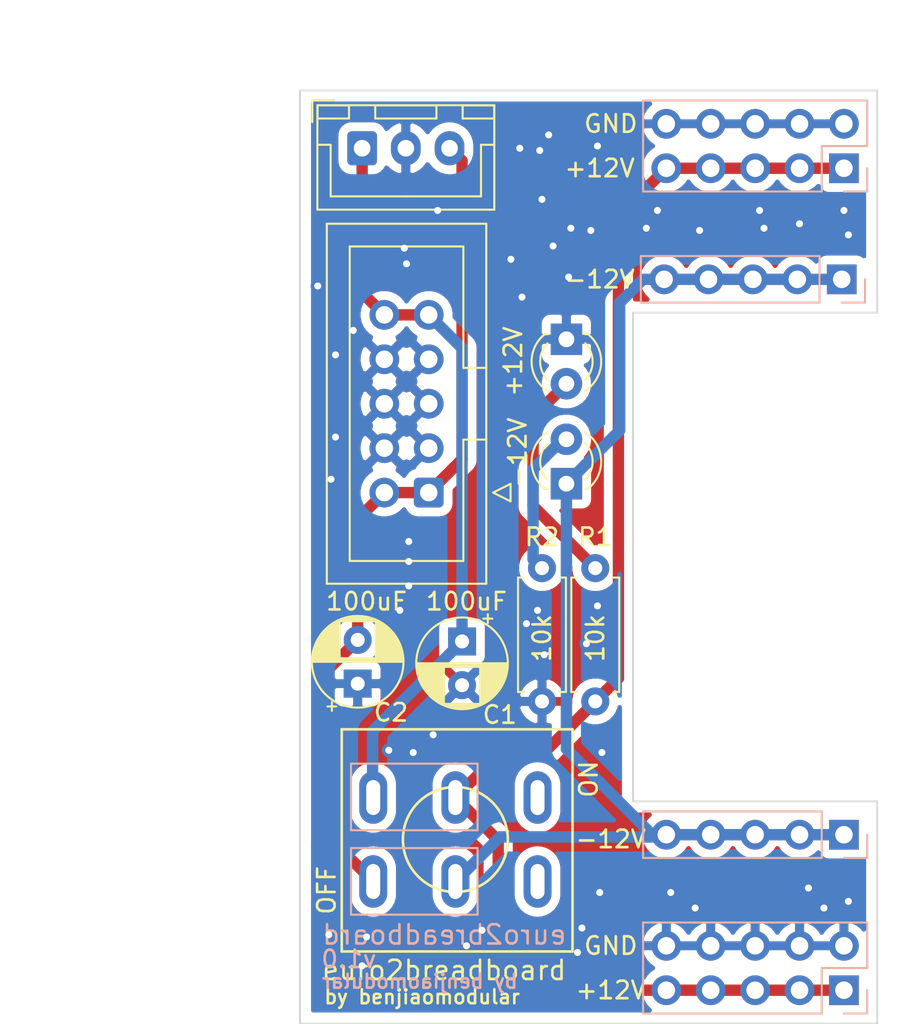
<source format=kicad_pcb>
(kicad_pcb (version 20171130) (host pcbnew 5.1.9+dfsg1-1~bpo10+1)

  (general
    (thickness 1.6)
    (drawings 37)
    (tracks 99)
    (zones 0)
    (modules 13)
    (nets 8)
  )

  (page A4)
  (layers
    (0 F.Cu signal)
    (31 B.Cu signal)
    (32 B.Adhes user)
    (33 F.Adhes user)
    (34 B.Paste user)
    (35 F.Paste user)
    (36 B.SilkS user)
    (37 F.SilkS user)
    (38 B.Mask user)
    (39 F.Mask user)
    (40 Dwgs.User user)
    (41 Cmts.User user)
    (42 Eco1.User user)
    (43 Eco2.User user)
    (44 Edge.Cuts user)
    (45 Margin user)
    (46 B.CrtYd user)
    (47 F.CrtYd user)
    (48 B.Fab user)
    (49 F.Fab user)
  )

  (setup
    (last_trace_width 0.25)
    (user_trace_width 0.65)
    (trace_clearance 0.2)
    (zone_clearance 0.508)
    (zone_45_only no)
    (trace_min 0.2)
    (via_size 0.8)
    (via_drill 0.4)
    (via_min_size 0.4)
    (via_min_drill 0.3)
    (uvia_size 0.3)
    (uvia_drill 0.1)
    (uvias_allowed no)
    (uvia_min_size 0.2)
    (uvia_min_drill 0.1)
    (edge_width 0.05)
    (segment_width 0.2)
    (pcb_text_width 0.3)
    (pcb_text_size 1.5 1.5)
    (mod_edge_width 0.12)
    (mod_text_size 1 1)
    (mod_text_width 0.15)
    (pad_size 1.524 1.524)
    (pad_drill 0.762)
    (pad_to_mask_clearance 0)
    (aux_axis_origin 0 0)
    (visible_elements FFFFFF7F)
    (pcbplotparams
      (layerselection 0x010fc_ffffffff)
      (usegerberextensions false)
      (usegerberattributes true)
      (usegerberadvancedattributes true)
      (creategerberjobfile true)
      (excludeedgelayer true)
      (linewidth 0.100000)
      (plotframeref false)
      (viasonmask false)
      (mode 1)
      (useauxorigin false)
      (hpglpennumber 1)
      (hpglpenspeed 20)
      (hpglpendiameter 15.000000)
      (psnegative false)
      (psa4output false)
      (plotreference true)
      (plotvalue true)
      (plotinvisibletext false)
      (padsonsilk false)
      (subtractmaskfromsilk false)
      (outputformat 1)
      (mirror false)
      (drillshape 0)
      (scaleselection 1)
      (outputdirectory "../../Fabrication/euro2breadboard v1.0/"))
  )

  (net 0 "")
  (net 1 GND)
  (net 2 +12V)
  (net 3 -12V)
  (net 4 "Net-(BB_POWER_PINS1-Pad1)")
  (net 5 "Net-(NEG_12V_LED1-Pad2)")
  (net 6 "Net-(NEG_12V_LED1-Pad1)")
  (net 7 "Net-(POS_12V_LED1-Pad2)")

  (net_class Default "This is the default net class."
    (clearance 0.2)
    (trace_width 0.25)
    (via_dia 0.8)
    (via_drill 0.4)
    (uvia_dia 0.3)
    (uvia_drill 0.1)
    (add_net +12V)
    (add_net -12V)
    (add_net GND)
    (add_net "Net-(BB_POWER_PINS1-Pad1)")
    (add_net "Net-(NEG_12V_LED1-Pad1)")
    (add_net "Net-(NEG_12V_LED1-Pad2)")
    (add_net "Net-(POS_12V_LED1-Pad2)")
  )

  (module benjiaomodular:ToggleSwitch_MTS-202_DPDT (layer F.Cu) (tedit 61FE1A95) (tstamp 61FFAB92)
    (at 76.2 82.825 270)
    (path /621B2274)
    (fp_text reference SW1 (at -4.35 -7.5 90) (layer F.SilkS) hide
      (effects (font (size 1 1) (thickness 0.15)))
    )
    (fp_text value SW_DPDT_x2 (at 0 7.5 90) (layer F.SilkS) hide
      (effects (font (size 1 1) (thickness 0.15)))
    )
    (fp_line (start 6.4 6.5) (end -6.3 6.5) (layer F.SilkS) (width 0.15))
    (fp_line (start -6.3 6.5) (end -6.3 -6.7) (layer F.SilkS) (width 0.15))
    (fp_line (start 6.4 -6.7) (end 6.4 6.5) (layer F.SilkS) (width 0.15))
    (fp_line (start -6.3 -6.7) (end 6.4 -6.7) (layer F.SilkS) (width 0.15))
    (fp_line (start -6.3 -6.7) (end -6.3 6.5) (layer F.CrtYd) (width 0.12))
    (fp_line (start 6.4 -6.7) (end -6.3 -6.7) (layer F.CrtYd) (width 0.12))
    (fp_circle (center -0.000416 0) (end 2.999584 0.05) (layer F.SilkS) (width 0.15))
    (fp_line (start 6.4 6.5) (end -6.3 6.5) (layer F.CrtYd) (width 0.12))
    (fp_line (start 6.4 -6.7) (end 6.4 6.5) (layer F.CrtYd) (width 0.12))
    (pad 2 thru_hole oval (at -2.4 0 270) (size 3 1.6) (drill oval 2 0.8) (layers *.Cu *.Mask)
      (net 4 "Net-(BB_POWER_PINS1-Pad1)"))
    (pad 1 thru_hole oval (at -2.4 -4.7 270) (size 3 1.6) (drill oval 2 0.8) (layers *.Cu *.Mask))
    (pad 3 thru_hole oval (at -2.4 4.7 270) (size 3 1.6) (drill oval 2 0.8) (layers *.Cu *.Mask)
      (net 2 +12V))
    (pad 5 thru_hole oval (at 2.4 0 270) (size 3 1.6) (drill oval 2 0.8) (layers *.Cu *.Mask)
      (net 6 "Net-(NEG_12V_LED1-Pad1)"))
    (pad 4 thru_hole oval (at 2.4 -4.7 270) (size 3 1.6) (drill oval 2 0.8) (layers *.Cu *.Mask))
    (pad 6 thru_hole oval (at 2.4 4.7 270) (size 3 1.6) (drill oval 2 0.8) (layers *.Cu *.Mask)
      (net 3 -12V))
  )

  (module Capacitor_THT:CP_Radial_D5.0mm_P2.50mm (layer F.Cu) (tedit 5AE50EF0) (tstamp 61FFE3B0)
    (at 76.581 71.501 270)
    (descr "CP, Radial series, Radial, pin pitch=2.50mm, , diameter=5mm, Electrolytic Capacitor")
    (tags "CP Radial series Radial pin pitch 2.50mm  diameter 5mm Electrolytic Capacitor")
    (path /61FFCE30)
    (fp_text reference C1 (at 4.191 -2.159 180) (layer F.SilkS)
      (effects (font (size 1 1) (thickness 0.15)))
    )
    (fp_text value 100uF (at -2.286 -0.254 180) (layer F.SilkS)
      (effects (font (size 1 1) (thickness 0.15)))
    )
    (fp_line (start -1.304775 -1.725) (end -1.304775 -1.225) (layer F.SilkS) (width 0.12))
    (fp_line (start -1.554775 -1.475) (end -1.054775 -1.475) (layer F.SilkS) (width 0.12))
    (fp_line (start 3.851 -0.284) (end 3.851 0.284) (layer F.SilkS) (width 0.12))
    (fp_line (start 3.811 -0.518) (end 3.811 0.518) (layer F.SilkS) (width 0.12))
    (fp_line (start 3.771 -0.677) (end 3.771 0.677) (layer F.SilkS) (width 0.12))
    (fp_line (start 3.731 -0.805) (end 3.731 0.805) (layer F.SilkS) (width 0.12))
    (fp_line (start 3.691 -0.915) (end 3.691 0.915) (layer F.SilkS) (width 0.12))
    (fp_line (start 3.651 -1.011) (end 3.651 1.011) (layer F.SilkS) (width 0.12))
    (fp_line (start 3.611 -1.098) (end 3.611 1.098) (layer F.SilkS) (width 0.12))
    (fp_line (start 3.571 -1.178) (end 3.571 1.178) (layer F.SilkS) (width 0.12))
    (fp_line (start 3.531 1.04) (end 3.531 1.251) (layer F.SilkS) (width 0.12))
    (fp_line (start 3.531 -1.251) (end 3.531 -1.04) (layer F.SilkS) (width 0.12))
    (fp_line (start 3.491 1.04) (end 3.491 1.319) (layer F.SilkS) (width 0.12))
    (fp_line (start 3.491 -1.319) (end 3.491 -1.04) (layer F.SilkS) (width 0.12))
    (fp_line (start 3.451 1.04) (end 3.451 1.383) (layer F.SilkS) (width 0.12))
    (fp_line (start 3.451 -1.383) (end 3.451 -1.04) (layer F.SilkS) (width 0.12))
    (fp_line (start 3.411 1.04) (end 3.411 1.443) (layer F.SilkS) (width 0.12))
    (fp_line (start 3.411 -1.443) (end 3.411 -1.04) (layer F.SilkS) (width 0.12))
    (fp_line (start 3.371 1.04) (end 3.371 1.5) (layer F.SilkS) (width 0.12))
    (fp_line (start 3.371 -1.5) (end 3.371 -1.04) (layer F.SilkS) (width 0.12))
    (fp_line (start 3.331 1.04) (end 3.331 1.554) (layer F.SilkS) (width 0.12))
    (fp_line (start 3.331 -1.554) (end 3.331 -1.04) (layer F.SilkS) (width 0.12))
    (fp_line (start 3.291 1.04) (end 3.291 1.605) (layer F.SilkS) (width 0.12))
    (fp_line (start 3.291 -1.605) (end 3.291 -1.04) (layer F.SilkS) (width 0.12))
    (fp_line (start 3.251 1.04) (end 3.251 1.653) (layer F.SilkS) (width 0.12))
    (fp_line (start 3.251 -1.653) (end 3.251 -1.04) (layer F.SilkS) (width 0.12))
    (fp_line (start 3.211 1.04) (end 3.211 1.699) (layer F.SilkS) (width 0.12))
    (fp_line (start 3.211 -1.699) (end 3.211 -1.04) (layer F.SilkS) (width 0.12))
    (fp_line (start 3.171 1.04) (end 3.171 1.743) (layer F.SilkS) (width 0.12))
    (fp_line (start 3.171 -1.743) (end 3.171 -1.04) (layer F.SilkS) (width 0.12))
    (fp_line (start 3.131 1.04) (end 3.131 1.785) (layer F.SilkS) (width 0.12))
    (fp_line (start 3.131 -1.785) (end 3.131 -1.04) (layer F.SilkS) (width 0.12))
    (fp_line (start 3.091 1.04) (end 3.091 1.826) (layer F.SilkS) (width 0.12))
    (fp_line (start 3.091 -1.826) (end 3.091 -1.04) (layer F.SilkS) (width 0.12))
    (fp_line (start 3.051 1.04) (end 3.051 1.864) (layer F.SilkS) (width 0.12))
    (fp_line (start 3.051 -1.864) (end 3.051 -1.04) (layer F.SilkS) (width 0.12))
    (fp_line (start 3.011 1.04) (end 3.011 1.901) (layer F.SilkS) (width 0.12))
    (fp_line (start 3.011 -1.901) (end 3.011 -1.04) (layer F.SilkS) (width 0.12))
    (fp_line (start 2.971 1.04) (end 2.971 1.937) (layer F.SilkS) (width 0.12))
    (fp_line (start 2.971 -1.937) (end 2.971 -1.04) (layer F.SilkS) (width 0.12))
    (fp_line (start 2.931 1.04) (end 2.931 1.971) (layer F.SilkS) (width 0.12))
    (fp_line (start 2.931 -1.971) (end 2.931 -1.04) (layer F.SilkS) (width 0.12))
    (fp_line (start 2.891 1.04) (end 2.891 2.004) (layer F.SilkS) (width 0.12))
    (fp_line (start 2.891 -2.004) (end 2.891 -1.04) (layer F.SilkS) (width 0.12))
    (fp_line (start 2.851 1.04) (end 2.851 2.035) (layer F.SilkS) (width 0.12))
    (fp_line (start 2.851 -2.035) (end 2.851 -1.04) (layer F.SilkS) (width 0.12))
    (fp_line (start 2.811 1.04) (end 2.811 2.065) (layer F.SilkS) (width 0.12))
    (fp_line (start 2.811 -2.065) (end 2.811 -1.04) (layer F.SilkS) (width 0.12))
    (fp_line (start 2.771 1.04) (end 2.771 2.095) (layer F.SilkS) (width 0.12))
    (fp_line (start 2.771 -2.095) (end 2.771 -1.04) (layer F.SilkS) (width 0.12))
    (fp_line (start 2.731 1.04) (end 2.731 2.122) (layer F.SilkS) (width 0.12))
    (fp_line (start 2.731 -2.122) (end 2.731 -1.04) (layer F.SilkS) (width 0.12))
    (fp_line (start 2.691 1.04) (end 2.691 2.149) (layer F.SilkS) (width 0.12))
    (fp_line (start 2.691 -2.149) (end 2.691 -1.04) (layer F.SilkS) (width 0.12))
    (fp_line (start 2.651 1.04) (end 2.651 2.175) (layer F.SilkS) (width 0.12))
    (fp_line (start 2.651 -2.175) (end 2.651 -1.04) (layer F.SilkS) (width 0.12))
    (fp_line (start 2.611 1.04) (end 2.611 2.2) (layer F.SilkS) (width 0.12))
    (fp_line (start 2.611 -2.2) (end 2.611 -1.04) (layer F.SilkS) (width 0.12))
    (fp_line (start 2.571 1.04) (end 2.571 2.224) (layer F.SilkS) (width 0.12))
    (fp_line (start 2.571 -2.224) (end 2.571 -1.04) (layer F.SilkS) (width 0.12))
    (fp_line (start 2.531 1.04) (end 2.531 2.247) (layer F.SilkS) (width 0.12))
    (fp_line (start 2.531 -2.247) (end 2.531 -1.04) (layer F.SilkS) (width 0.12))
    (fp_line (start 2.491 1.04) (end 2.491 2.268) (layer F.SilkS) (width 0.12))
    (fp_line (start 2.491 -2.268) (end 2.491 -1.04) (layer F.SilkS) (width 0.12))
    (fp_line (start 2.451 1.04) (end 2.451 2.29) (layer F.SilkS) (width 0.12))
    (fp_line (start 2.451 -2.29) (end 2.451 -1.04) (layer F.SilkS) (width 0.12))
    (fp_line (start 2.411 1.04) (end 2.411 2.31) (layer F.SilkS) (width 0.12))
    (fp_line (start 2.411 -2.31) (end 2.411 -1.04) (layer F.SilkS) (width 0.12))
    (fp_line (start 2.371 1.04) (end 2.371 2.329) (layer F.SilkS) (width 0.12))
    (fp_line (start 2.371 -2.329) (end 2.371 -1.04) (layer F.SilkS) (width 0.12))
    (fp_line (start 2.331 1.04) (end 2.331 2.348) (layer F.SilkS) (width 0.12))
    (fp_line (start 2.331 -2.348) (end 2.331 -1.04) (layer F.SilkS) (width 0.12))
    (fp_line (start 2.291 1.04) (end 2.291 2.365) (layer F.SilkS) (width 0.12))
    (fp_line (start 2.291 -2.365) (end 2.291 -1.04) (layer F.SilkS) (width 0.12))
    (fp_line (start 2.251 1.04) (end 2.251 2.382) (layer F.SilkS) (width 0.12))
    (fp_line (start 2.251 -2.382) (end 2.251 -1.04) (layer F.SilkS) (width 0.12))
    (fp_line (start 2.211 1.04) (end 2.211 2.398) (layer F.SilkS) (width 0.12))
    (fp_line (start 2.211 -2.398) (end 2.211 -1.04) (layer F.SilkS) (width 0.12))
    (fp_line (start 2.171 1.04) (end 2.171 2.414) (layer F.SilkS) (width 0.12))
    (fp_line (start 2.171 -2.414) (end 2.171 -1.04) (layer F.SilkS) (width 0.12))
    (fp_line (start 2.131 1.04) (end 2.131 2.428) (layer F.SilkS) (width 0.12))
    (fp_line (start 2.131 -2.428) (end 2.131 -1.04) (layer F.SilkS) (width 0.12))
    (fp_line (start 2.091 1.04) (end 2.091 2.442) (layer F.SilkS) (width 0.12))
    (fp_line (start 2.091 -2.442) (end 2.091 -1.04) (layer F.SilkS) (width 0.12))
    (fp_line (start 2.051 1.04) (end 2.051 2.455) (layer F.SilkS) (width 0.12))
    (fp_line (start 2.051 -2.455) (end 2.051 -1.04) (layer F.SilkS) (width 0.12))
    (fp_line (start 2.011 1.04) (end 2.011 2.468) (layer F.SilkS) (width 0.12))
    (fp_line (start 2.011 -2.468) (end 2.011 -1.04) (layer F.SilkS) (width 0.12))
    (fp_line (start 1.971 1.04) (end 1.971 2.48) (layer F.SilkS) (width 0.12))
    (fp_line (start 1.971 -2.48) (end 1.971 -1.04) (layer F.SilkS) (width 0.12))
    (fp_line (start 1.93 1.04) (end 1.93 2.491) (layer F.SilkS) (width 0.12))
    (fp_line (start 1.93 -2.491) (end 1.93 -1.04) (layer F.SilkS) (width 0.12))
    (fp_line (start 1.89 1.04) (end 1.89 2.501) (layer F.SilkS) (width 0.12))
    (fp_line (start 1.89 -2.501) (end 1.89 -1.04) (layer F.SilkS) (width 0.12))
    (fp_line (start 1.85 1.04) (end 1.85 2.511) (layer F.SilkS) (width 0.12))
    (fp_line (start 1.85 -2.511) (end 1.85 -1.04) (layer F.SilkS) (width 0.12))
    (fp_line (start 1.81 1.04) (end 1.81 2.52) (layer F.SilkS) (width 0.12))
    (fp_line (start 1.81 -2.52) (end 1.81 -1.04) (layer F.SilkS) (width 0.12))
    (fp_line (start 1.77 1.04) (end 1.77 2.528) (layer F.SilkS) (width 0.12))
    (fp_line (start 1.77 -2.528) (end 1.77 -1.04) (layer F.SilkS) (width 0.12))
    (fp_line (start 1.73 1.04) (end 1.73 2.536) (layer F.SilkS) (width 0.12))
    (fp_line (start 1.73 -2.536) (end 1.73 -1.04) (layer F.SilkS) (width 0.12))
    (fp_line (start 1.69 1.04) (end 1.69 2.543) (layer F.SilkS) (width 0.12))
    (fp_line (start 1.69 -2.543) (end 1.69 -1.04) (layer F.SilkS) (width 0.12))
    (fp_line (start 1.65 1.04) (end 1.65 2.55) (layer F.SilkS) (width 0.12))
    (fp_line (start 1.65 -2.55) (end 1.65 -1.04) (layer F.SilkS) (width 0.12))
    (fp_line (start 1.61 1.04) (end 1.61 2.556) (layer F.SilkS) (width 0.12))
    (fp_line (start 1.61 -2.556) (end 1.61 -1.04) (layer F.SilkS) (width 0.12))
    (fp_line (start 1.57 1.04) (end 1.57 2.561) (layer F.SilkS) (width 0.12))
    (fp_line (start 1.57 -2.561) (end 1.57 -1.04) (layer F.SilkS) (width 0.12))
    (fp_line (start 1.53 1.04) (end 1.53 2.565) (layer F.SilkS) (width 0.12))
    (fp_line (start 1.53 -2.565) (end 1.53 -1.04) (layer F.SilkS) (width 0.12))
    (fp_line (start 1.49 1.04) (end 1.49 2.569) (layer F.SilkS) (width 0.12))
    (fp_line (start 1.49 -2.569) (end 1.49 -1.04) (layer F.SilkS) (width 0.12))
    (fp_line (start 1.45 -2.573) (end 1.45 2.573) (layer F.SilkS) (width 0.12))
    (fp_line (start 1.41 -2.576) (end 1.41 2.576) (layer F.SilkS) (width 0.12))
    (fp_line (start 1.37 -2.578) (end 1.37 2.578) (layer F.SilkS) (width 0.12))
    (fp_line (start 1.33 -2.579) (end 1.33 2.579) (layer F.SilkS) (width 0.12))
    (fp_line (start 1.29 -2.58) (end 1.29 2.58) (layer F.SilkS) (width 0.12))
    (fp_line (start 1.25 -2.58) (end 1.25 2.58) (layer F.SilkS) (width 0.12))
    (fp_line (start -0.633605 -1.3375) (end -0.633605 -0.8375) (layer F.Fab) (width 0.1))
    (fp_line (start -0.883605 -1.0875) (end -0.383605 -1.0875) (layer F.Fab) (width 0.1))
    (fp_circle (center 1.25 0) (end 4 0) (layer F.CrtYd) (width 0.05))
    (fp_circle (center 1.25 0) (end 3.87 0) (layer F.SilkS) (width 0.12))
    (fp_circle (center 1.25 0) (end 3.75 0) (layer F.Fab) (width 0.1))
    (fp_text user %R (at 1.25 0 90) (layer F.Fab)
      (effects (font (size 1 1) (thickness 0.15)))
    )
    (pad 2 thru_hole circle (at 2.5 0 270) (size 1.6 1.6) (drill 0.8) (layers *.Cu *.Mask)
      (net 1 GND))
    (pad 1 thru_hole rect (at 0 0 270) (size 1.6 1.6) (drill 0.8) (layers *.Cu *.Mask)
      (net 2 +12V))
    (model ${KISYS3DMOD}/Capacitor_THT.3dshapes/CP_Radial_D5.0mm_P2.50mm.wrl
      (at (xyz 0 0 0))
      (scale (xyz 1 1 1))
      (rotate (xyz 0 0 0))
    )
  )

  (module Capacitor_THT:CP_Radial_D5.0mm_P2.50mm (layer F.Cu) (tedit 5AE50EF0) (tstamp 61FF63E7)
    (at 70.612 73.914 90)
    (descr "CP, Radial series, Radial, pin pitch=2.50mm, , diameter=5mm, Electrolytic Capacitor")
    (tags "CP Radial series Radial pin pitch 2.50mm  diameter 5mm Electrolytic Capacitor")
    (path /61FFCE2A)
    (fp_text reference C2 (at -1.651 1.905 180) (layer F.SilkS)
      (effects (font (size 1 1) (thickness 0.15)))
    )
    (fp_text value 100uF (at 4.699 0.508 180) (layer F.SilkS)
      (effects (font (size 1 1) (thickness 0.15)))
    )
    (fp_circle (center 1.25 0) (end 3.75 0) (layer F.Fab) (width 0.1))
    (fp_circle (center 1.25 0) (end 3.87 0) (layer F.SilkS) (width 0.12))
    (fp_circle (center 1.25 0) (end 4 0) (layer F.CrtYd) (width 0.05))
    (fp_line (start -0.883605 -1.0875) (end -0.383605 -1.0875) (layer F.Fab) (width 0.1))
    (fp_line (start -0.633605 -1.3375) (end -0.633605 -0.8375) (layer F.Fab) (width 0.1))
    (fp_line (start 1.25 -2.58) (end 1.25 2.58) (layer F.SilkS) (width 0.12))
    (fp_line (start 1.29 -2.58) (end 1.29 2.58) (layer F.SilkS) (width 0.12))
    (fp_line (start 1.33 -2.579) (end 1.33 2.579) (layer F.SilkS) (width 0.12))
    (fp_line (start 1.37 -2.578) (end 1.37 2.578) (layer F.SilkS) (width 0.12))
    (fp_line (start 1.41 -2.576) (end 1.41 2.576) (layer F.SilkS) (width 0.12))
    (fp_line (start 1.45 -2.573) (end 1.45 2.573) (layer F.SilkS) (width 0.12))
    (fp_line (start 1.49 -2.569) (end 1.49 -1.04) (layer F.SilkS) (width 0.12))
    (fp_line (start 1.49 1.04) (end 1.49 2.569) (layer F.SilkS) (width 0.12))
    (fp_line (start 1.53 -2.565) (end 1.53 -1.04) (layer F.SilkS) (width 0.12))
    (fp_line (start 1.53 1.04) (end 1.53 2.565) (layer F.SilkS) (width 0.12))
    (fp_line (start 1.57 -2.561) (end 1.57 -1.04) (layer F.SilkS) (width 0.12))
    (fp_line (start 1.57 1.04) (end 1.57 2.561) (layer F.SilkS) (width 0.12))
    (fp_line (start 1.61 -2.556) (end 1.61 -1.04) (layer F.SilkS) (width 0.12))
    (fp_line (start 1.61 1.04) (end 1.61 2.556) (layer F.SilkS) (width 0.12))
    (fp_line (start 1.65 -2.55) (end 1.65 -1.04) (layer F.SilkS) (width 0.12))
    (fp_line (start 1.65 1.04) (end 1.65 2.55) (layer F.SilkS) (width 0.12))
    (fp_line (start 1.69 -2.543) (end 1.69 -1.04) (layer F.SilkS) (width 0.12))
    (fp_line (start 1.69 1.04) (end 1.69 2.543) (layer F.SilkS) (width 0.12))
    (fp_line (start 1.73 -2.536) (end 1.73 -1.04) (layer F.SilkS) (width 0.12))
    (fp_line (start 1.73 1.04) (end 1.73 2.536) (layer F.SilkS) (width 0.12))
    (fp_line (start 1.77 -2.528) (end 1.77 -1.04) (layer F.SilkS) (width 0.12))
    (fp_line (start 1.77 1.04) (end 1.77 2.528) (layer F.SilkS) (width 0.12))
    (fp_line (start 1.81 -2.52) (end 1.81 -1.04) (layer F.SilkS) (width 0.12))
    (fp_line (start 1.81 1.04) (end 1.81 2.52) (layer F.SilkS) (width 0.12))
    (fp_line (start 1.85 -2.511) (end 1.85 -1.04) (layer F.SilkS) (width 0.12))
    (fp_line (start 1.85 1.04) (end 1.85 2.511) (layer F.SilkS) (width 0.12))
    (fp_line (start 1.89 -2.501) (end 1.89 -1.04) (layer F.SilkS) (width 0.12))
    (fp_line (start 1.89 1.04) (end 1.89 2.501) (layer F.SilkS) (width 0.12))
    (fp_line (start 1.93 -2.491) (end 1.93 -1.04) (layer F.SilkS) (width 0.12))
    (fp_line (start 1.93 1.04) (end 1.93 2.491) (layer F.SilkS) (width 0.12))
    (fp_line (start 1.971 -2.48) (end 1.971 -1.04) (layer F.SilkS) (width 0.12))
    (fp_line (start 1.971 1.04) (end 1.971 2.48) (layer F.SilkS) (width 0.12))
    (fp_line (start 2.011 -2.468) (end 2.011 -1.04) (layer F.SilkS) (width 0.12))
    (fp_line (start 2.011 1.04) (end 2.011 2.468) (layer F.SilkS) (width 0.12))
    (fp_line (start 2.051 -2.455) (end 2.051 -1.04) (layer F.SilkS) (width 0.12))
    (fp_line (start 2.051 1.04) (end 2.051 2.455) (layer F.SilkS) (width 0.12))
    (fp_line (start 2.091 -2.442) (end 2.091 -1.04) (layer F.SilkS) (width 0.12))
    (fp_line (start 2.091 1.04) (end 2.091 2.442) (layer F.SilkS) (width 0.12))
    (fp_line (start 2.131 -2.428) (end 2.131 -1.04) (layer F.SilkS) (width 0.12))
    (fp_line (start 2.131 1.04) (end 2.131 2.428) (layer F.SilkS) (width 0.12))
    (fp_line (start 2.171 -2.414) (end 2.171 -1.04) (layer F.SilkS) (width 0.12))
    (fp_line (start 2.171 1.04) (end 2.171 2.414) (layer F.SilkS) (width 0.12))
    (fp_line (start 2.211 -2.398) (end 2.211 -1.04) (layer F.SilkS) (width 0.12))
    (fp_line (start 2.211 1.04) (end 2.211 2.398) (layer F.SilkS) (width 0.12))
    (fp_line (start 2.251 -2.382) (end 2.251 -1.04) (layer F.SilkS) (width 0.12))
    (fp_line (start 2.251 1.04) (end 2.251 2.382) (layer F.SilkS) (width 0.12))
    (fp_line (start 2.291 -2.365) (end 2.291 -1.04) (layer F.SilkS) (width 0.12))
    (fp_line (start 2.291 1.04) (end 2.291 2.365) (layer F.SilkS) (width 0.12))
    (fp_line (start 2.331 -2.348) (end 2.331 -1.04) (layer F.SilkS) (width 0.12))
    (fp_line (start 2.331 1.04) (end 2.331 2.348) (layer F.SilkS) (width 0.12))
    (fp_line (start 2.371 -2.329) (end 2.371 -1.04) (layer F.SilkS) (width 0.12))
    (fp_line (start 2.371 1.04) (end 2.371 2.329) (layer F.SilkS) (width 0.12))
    (fp_line (start 2.411 -2.31) (end 2.411 -1.04) (layer F.SilkS) (width 0.12))
    (fp_line (start 2.411 1.04) (end 2.411 2.31) (layer F.SilkS) (width 0.12))
    (fp_line (start 2.451 -2.29) (end 2.451 -1.04) (layer F.SilkS) (width 0.12))
    (fp_line (start 2.451 1.04) (end 2.451 2.29) (layer F.SilkS) (width 0.12))
    (fp_line (start 2.491 -2.268) (end 2.491 -1.04) (layer F.SilkS) (width 0.12))
    (fp_line (start 2.491 1.04) (end 2.491 2.268) (layer F.SilkS) (width 0.12))
    (fp_line (start 2.531 -2.247) (end 2.531 -1.04) (layer F.SilkS) (width 0.12))
    (fp_line (start 2.531 1.04) (end 2.531 2.247) (layer F.SilkS) (width 0.12))
    (fp_line (start 2.571 -2.224) (end 2.571 -1.04) (layer F.SilkS) (width 0.12))
    (fp_line (start 2.571 1.04) (end 2.571 2.224) (layer F.SilkS) (width 0.12))
    (fp_line (start 2.611 -2.2) (end 2.611 -1.04) (layer F.SilkS) (width 0.12))
    (fp_line (start 2.611 1.04) (end 2.611 2.2) (layer F.SilkS) (width 0.12))
    (fp_line (start 2.651 -2.175) (end 2.651 -1.04) (layer F.SilkS) (width 0.12))
    (fp_line (start 2.651 1.04) (end 2.651 2.175) (layer F.SilkS) (width 0.12))
    (fp_line (start 2.691 -2.149) (end 2.691 -1.04) (layer F.SilkS) (width 0.12))
    (fp_line (start 2.691 1.04) (end 2.691 2.149) (layer F.SilkS) (width 0.12))
    (fp_line (start 2.731 -2.122) (end 2.731 -1.04) (layer F.SilkS) (width 0.12))
    (fp_line (start 2.731 1.04) (end 2.731 2.122) (layer F.SilkS) (width 0.12))
    (fp_line (start 2.771 -2.095) (end 2.771 -1.04) (layer F.SilkS) (width 0.12))
    (fp_line (start 2.771 1.04) (end 2.771 2.095) (layer F.SilkS) (width 0.12))
    (fp_line (start 2.811 -2.065) (end 2.811 -1.04) (layer F.SilkS) (width 0.12))
    (fp_line (start 2.811 1.04) (end 2.811 2.065) (layer F.SilkS) (width 0.12))
    (fp_line (start 2.851 -2.035) (end 2.851 -1.04) (layer F.SilkS) (width 0.12))
    (fp_line (start 2.851 1.04) (end 2.851 2.035) (layer F.SilkS) (width 0.12))
    (fp_line (start 2.891 -2.004) (end 2.891 -1.04) (layer F.SilkS) (width 0.12))
    (fp_line (start 2.891 1.04) (end 2.891 2.004) (layer F.SilkS) (width 0.12))
    (fp_line (start 2.931 -1.971) (end 2.931 -1.04) (layer F.SilkS) (width 0.12))
    (fp_line (start 2.931 1.04) (end 2.931 1.971) (layer F.SilkS) (width 0.12))
    (fp_line (start 2.971 -1.937) (end 2.971 -1.04) (layer F.SilkS) (width 0.12))
    (fp_line (start 2.971 1.04) (end 2.971 1.937) (layer F.SilkS) (width 0.12))
    (fp_line (start 3.011 -1.901) (end 3.011 -1.04) (layer F.SilkS) (width 0.12))
    (fp_line (start 3.011 1.04) (end 3.011 1.901) (layer F.SilkS) (width 0.12))
    (fp_line (start 3.051 -1.864) (end 3.051 -1.04) (layer F.SilkS) (width 0.12))
    (fp_line (start 3.051 1.04) (end 3.051 1.864) (layer F.SilkS) (width 0.12))
    (fp_line (start 3.091 -1.826) (end 3.091 -1.04) (layer F.SilkS) (width 0.12))
    (fp_line (start 3.091 1.04) (end 3.091 1.826) (layer F.SilkS) (width 0.12))
    (fp_line (start 3.131 -1.785) (end 3.131 -1.04) (layer F.SilkS) (width 0.12))
    (fp_line (start 3.131 1.04) (end 3.131 1.785) (layer F.SilkS) (width 0.12))
    (fp_line (start 3.171 -1.743) (end 3.171 -1.04) (layer F.SilkS) (width 0.12))
    (fp_line (start 3.171 1.04) (end 3.171 1.743) (layer F.SilkS) (width 0.12))
    (fp_line (start 3.211 -1.699) (end 3.211 -1.04) (layer F.SilkS) (width 0.12))
    (fp_line (start 3.211 1.04) (end 3.211 1.699) (layer F.SilkS) (width 0.12))
    (fp_line (start 3.251 -1.653) (end 3.251 -1.04) (layer F.SilkS) (width 0.12))
    (fp_line (start 3.251 1.04) (end 3.251 1.653) (layer F.SilkS) (width 0.12))
    (fp_line (start 3.291 -1.605) (end 3.291 -1.04) (layer F.SilkS) (width 0.12))
    (fp_line (start 3.291 1.04) (end 3.291 1.605) (layer F.SilkS) (width 0.12))
    (fp_line (start 3.331 -1.554) (end 3.331 -1.04) (layer F.SilkS) (width 0.12))
    (fp_line (start 3.331 1.04) (end 3.331 1.554) (layer F.SilkS) (width 0.12))
    (fp_line (start 3.371 -1.5) (end 3.371 -1.04) (layer F.SilkS) (width 0.12))
    (fp_line (start 3.371 1.04) (end 3.371 1.5) (layer F.SilkS) (width 0.12))
    (fp_line (start 3.411 -1.443) (end 3.411 -1.04) (layer F.SilkS) (width 0.12))
    (fp_line (start 3.411 1.04) (end 3.411 1.443) (layer F.SilkS) (width 0.12))
    (fp_line (start 3.451 -1.383) (end 3.451 -1.04) (layer F.SilkS) (width 0.12))
    (fp_line (start 3.451 1.04) (end 3.451 1.383) (layer F.SilkS) (width 0.12))
    (fp_line (start 3.491 -1.319) (end 3.491 -1.04) (layer F.SilkS) (width 0.12))
    (fp_line (start 3.491 1.04) (end 3.491 1.319) (layer F.SilkS) (width 0.12))
    (fp_line (start 3.531 -1.251) (end 3.531 -1.04) (layer F.SilkS) (width 0.12))
    (fp_line (start 3.531 1.04) (end 3.531 1.251) (layer F.SilkS) (width 0.12))
    (fp_line (start 3.571 -1.178) (end 3.571 1.178) (layer F.SilkS) (width 0.12))
    (fp_line (start 3.611 -1.098) (end 3.611 1.098) (layer F.SilkS) (width 0.12))
    (fp_line (start 3.651 -1.011) (end 3.651 1.011) (layer F.SilkS) (width 0.12))
    (fp_line (start 3.691 -0.915) (end 3.691 0.915) (layer F.SilkS) (width 0.12))
    (fp_line (start 3.731 -0.805) (end 3.731 0.805) (layer F.SilkS) (width 0.12))
    (fp_line (start 3.771 -0.677) (end 3.771 0.677) (layer F.SilkS) (width 0.12))
    (fp_line (start 3.811 -0.518) (end 3.811 0.518) (layer F.SilkS) (width 0.12))
    (fp_line (start 3.851 -0.284) (end 3.851 0.284) (layer F.SilkS) (width 0.12))
    (fp_line (start -1.554775 -1.475) (end -1.054775 -1.475) (layer F.SilkS) (width 0.12))
    (fp_line (start -1.304775 -1.725) (end -1.304775 -1.225) (layer F.SilkS) (width 0.12))
    (fp_text user %R (at 1.25 0 90) (layer F.Fab)
      (effects (font (size 1 1) (thickness 0.15)))
    )
    (pad 1 thru_hole rect (at 0 0 90) (size 1.6 1.6) (drill 0.8) (layers *.Cu *.Mask)
      (net 1 GND))
    (pad 2 thru_hole circle (at 2.5 0 90) (size 1.6 1.6) (drill 0.8) (layers *.Cu *.Mask)
      (net 3 -12V))
    (model ${KISYS3DMOD}/Capacitor_THT.3dshapes/CP_Radial_D5.0mm_P2.50mm.wrl
      (at (xyz 0 0 0))
      (scale (xyz 1 1 1))
      (rotate (xyz 0 0 0))
    )
  )

  (module Connector_IDC:IDC-Header_2x05_P2.54mm_Vertical (layer F.Cu) (tedit 5EAC9A07) (tstamp 61FF6495)
    (at 74.676 62.992 180)
    (descr "Through hole IDC box header, 2x05, 2.54mm pitch, DIN 41651 / IEC 60603-13, double rows, https://docs.google.com/spreadsheets/d/16SsEcesNF15N3Lb4niX7dcUr-NY5_MFPQhobNuNppn4/edit#gid=0")
    (tags "Through hole vertical IDC box header THT 2x05 2.54mm double row")
    (path /61FFCEA3)
    (fp_text reference J2 (at 6.604 5.334 90) (layer F.SilkS) hide
      (effects (font (size 1 1) (thickness 0.15)))
    )
    (fp_text value IDC_BUS (at 1.27 16.26) (layer F.Fab)
      (effects (font (size 1 1) (thickness 0.15)))
    )
    (fp_line (start -3.18 -4.1) (end -2.18 -5.1) (layer F.Fab) (width 0.1))
    (fp_line (start -2.18 -5.1) (end 5.72 -5.1) (layer F.Fab) (width 0.1))
    (fp_line (start 5.72 -5.1) (end 5.72 15.26) (layer F.Fab) (width 0.1))
    (fp_line (start 5.72 15.26) (end -3.18 15.26) (layer F.Fab) (width 0.1))
    (fp_line (start -3.18 15.26) (end -3.18 -4.1) (layer F.Fab) (width 0.1))
    (fp_line (start -3.18 3.03) (end -1.98 3.03) (layer F.Fab) (width 0.1))
    (fp_line (start -1.98 3.03) (end -1.98 -3.91) (layer F.Fab) (width 0.1))
    (fp_line (start -1.98 -3.91) (end 4.52 -3.91) (layer F.Fab) (width 0.1))
    (fp_line (start 4.52 -3.91) (end 4.52 14.07) (layer F.Fab) (width 0.1))
    (fp_line (start 4.52 14.07) (end -1.98 14.07) (layer F.Fab) (width 0.1))
    (fp_line (start -1.98 14.07) (end -1.98 7.13) (layer F.Fab) (width 0.1))
    (fp_line (start -1.98 7.13) (end -1.98 7.13) (layer F.Fab) (width 0.1))
    (fp_line (start -1.98 7.13) (end -3.18 7.13) (layer F.Fab) (width 0.1))
    (fp_line (start -3.29 -5.21) (end 5.83 -5.21) (layer F.SilkS) (width 0.12))
    (fp_line (start 5.83 -5.21) (end 5.83 15.37) (layer F.SilkS) (width 0.12))
    (fp_line (start 5.83 15.37) (end -3.29 15.37) (layer F.SilkS) (width 0.12))
    (fp_line (start -3.29 15.37) (end -3.29 -5.21) (layer F.SilkS) (width 0.12))
    (fp_line (start -3.29 3.03) (end -1.98 3.03) (layer F.SilkS) (width 0.12))
    (fp_line (start -1.98 3.03) (end -1.98 -3.91) (layer F.SilkS) (width 0.12))
    (fp_line (start -1.98 -3.91) (end 4.52 -3.91) (layer F.SilkS) (width 0.12))
    (fp_line (start 4.52 -3.91) (end 4.52 14.07) (layer F.SilkS) (width 0.12))
    (fp_line (start 4.52 14.07) (end -1.98 14.07) (layer F.SilkS) (width 0.12))
    (fp_line (start -1.98 14.07) (end -1.98 7.13) (layer F.SilkS) (width 0.12))
    (fp_line (start -1.98 7.13) (end -1.98 7.13) (layer F.SilkS) (width 0.12))
    (fp_line (start -1.98 7.13) (end -3.29 7.13) (layer F.SilkS) (width 0.12))
    (fp_line (start -3.68 0) (end -4.68 -0.5) (layer F.SilkS) (width 0.12))
    (fp_line (start -4.68 -0.5) (end -4.68 0.5) (layer F.SilkS) (width 0.12))
    (fp_line (start -4.68 0.5) (end -3.68 0) (layer F.SilkS) (width 0.12))
    (fp_line (start -3.68 -5.6) (end -3.68 15.76) (layer F.CrtYd) (width 0.05))
    (fp_line (start -3.68 15.76) (end 6.22 15.76) (layer F.CrtYd) (width 0.05))
    (fp_line (start 6.22 15.76) (end 6.22 -5.6) (layer F.CrtYd) (width 0.05))
    (fp_line (start 6.22 -5.6) (end -3.68 -5.6) (layer F.CrtYd) (width 0.05))
    (fp_text user %R (at 1.27 5.08 90) (layer F.Fab)
      (effects (font (size 1 1) (thickness 0.15)))
    )
    (pad 1 thru_hole roundrect (at 0 0 180) (size 1.7 1.7) (drill 1) (layers *.Cu *.Mask) (roundrect_rratio 0.1470588235294118)
      (net 3 -12V))
    (pad 3 thru_hole circle (at 0 2.54 180) (size 1.7 1.7) (drill 1) (layers *.Cu *.Mask)
      (net 1 GND))
    (pad 5 thru_hole circle (at 0 5.08 180) (size 1.7 1.7) (drill 1) (layers *.Cu *.Mask)
      (net 1 GND))
    (pad 7 thru_hole circle (at 0 7.62 180) (size 1.7 1.7) (drill 1) (layers *.Cu *.Mask)
      (net 1 GND))
    (pad 9 thru_hole circle (at 0 10.16 180) (size 1.7 1.7) (drill 1) (layers *.Cu *.Mask)
      (net 2 +12V))
    (pad 2 thru_hole circle (at 2.54 0 180) (size 1.7 1.7) (drill 1) (layers *.Cu *.Mask)
      (net 3 -12V))
    (pad 4 thru_hole circle (at 2.54 2.54 180) (size 1.7 1.7) (drill 1) (layers *.Cu *.Mask)
      (net 1 GND))
    (pad 6 thru_hole circle (at 2.54 5.08 180) (size 1.7 1.7) (drill 1) (layers *.Cu *.Mask)
      (net 1 GND))
    (pad 8 thru_hole circle (at 2.54 7.62 180) (size 1.7 1.7) (drill 1) (layers *.Cu *.Mask)
      (net 1 GND))
    (pad 10 thru_hole circle (at 2.54 10.16 180) (size 1.7 1.7) (drill 1) (layers *.Cu *.Mask)
      (net 2 +12V))
    (model ${KISYS3DMOD}/Connector_IDC.3dshapes/IDC-Header_2x05_P2.54mm_Vertical.wrl
      (at (xyz 0 0 0))
      (scale (xyz 1 1 1))
      (rotate (xyz 0 0 0))
    )
  )

  (module Connector_PinHeader_2.54mm:PinHeader_2x05_P2.54mm_Vertical (layer B.Cu) (tedit 59FED5CC) (tstamp 61FF780C)
    (at 98.425 91.44 90)
    (descr "Through hole straight pin header, 2x05, 2.54mm pitch, double rows")
    (tags "Through hole pin header THT 2x05 2.54mm double row")
    (path /621322BB)
    (fp_text reference BB_POWER_PINS1 (at 1.27 2.33 90) (layer B.SilkS) hide
      (effects (font (size 1 1) (thickness 0.15)) (justify mirror))
    )
    (fp_text value Conn_02x05_Odd_Even (at -2.032 -4.953 180) (layer B.Fab) hide
      (effects (font (size 1 1) (thickness 0.15)) (justify mirror))
    )
    (fp_line (start 0 1.27) (end 3.81 1.27) (layer B.Fab) (width 0.1))
    (fp_line (start 3.81 1.27) (end 3.81 -11.43) (layer B.Fab) (width 0.1))
    (fp_line (start 3.81 -11.43) (end -1.27 -11.43) (layer B.Fab) (width 0.1))
    (fp_line (start -1.27 -11.43) (end -1.27 0) (layer B.Fab) (width 0.1))
    (fp_line (start -1.27 0) (end 0 1.27) (layer B.Fab) (width 0.1))
    (fp_line (start -1.33 -11.49) (end 3.87 -11.49) (layer B.SilkS) (width 0.12))
    (fp_line (start -1.33 -1.27) (end -1.33 -11.49) (layer B.SilkS) (width 0.12))
    (fp_line (start 3.87 1.33) (end 3.87 -11.49) (layer B.SilkS) (width 0.12))
    (fp_line (start -1.33 -1.27) (end 1.27 -1.27) (layer B.SilkS) (width 0.12))
    (fp_line (start 1.27 -1.27) (end 1.27 1.33) (layer B.SilkS) (width 0.12))
    (fp_line (start 1.27 1.33) (end 3.87 1.33) (layer B.SilkS) (width 0.12))
    (fp_line (start -1.33 0) (end -1.33 1.33) (layer B.SilkS) (width 0.12))
    (fp_line (start -1.33 1.33) (end 0 1.33) (layer B.SilkS) (width 0.12))
    (fp_line (start -1.8 1.8) (end -1.8 -11.95) (layer B.CrtYd) (width 0.05))
    (fp_line (start -1.8 -11.95) (end 4.35 -11.95) (layer B.CrtYd) (width 0.05))
    (fp_line (start 4.35 -11.95) (end 4.35 1.8) (layer B.CrtYd) (width 0.05))
    (fp_line (start 4.35 1.8) (end -1.8 1.8) (layer B.CrtYd) (width 0.05))
    (fp_text user %R (at 1.27 -5.08 180) (layer B.Fab)
      (effects (font (size 1 1) (thickness 0.15)) (justify mirror))
    )
    (pad 1 thru_hole rect (at 0 0 90) (size 1.7 1.7) (drill 1) (layers *.Cu *.Mask)
      (net 4 "Net-(BB_POWER_PINS1-Pad1)"))
    (pad 2 thru_hole oval (at 2.54 0 90) (size 1.7 1.7) (drill 1) (layers *.Cu *.Mask)
      (net 1 GND))
    (pad 3 thru_hole oval (at 0 -2.54 90) (size 1.7 1.7) (drill 1) (layers *.Cu *.Mask)
      (net 4 "Net-(BB_POWER_PINS1-Pad1)"))
    (pad 4 thru_hole oval (at 2.54 -2.54 90) (size 1.7 1.7) (drill 1) (layers *.Cu *.Mask)
      (net 1 GND))
    (pad 5 thru_hole oval (at 0 -5.08 90) (size 1.7 1.7) (drill 1) (layers *.Cu *.Mask)
      (net 4 "Net-(BB_POWER_PINS1-Pad1)"))
    (pad 6 thru_hole oval (at 2.54 -5.08 90) (size 1.7 1.7) (drill 1) (layers *.Cu *.Mask)
      (net 1 GND))
    (pad 7 thru_hole oval (at 0 -7.62 90) (size 1.7 1.7) (drill 1) (layers *.Cu *.Mask)
      (net 4 "Net-(BB_POWER_PINS1-Pad1)"))
    (pad 8 thru_hole oval (at 2.54 -7.62 90) (size 1.7 1.7) (drill 1) (layers *.Cu *.Mask)
      (net 1 GND))
    (pad 9 thru_hole oval (at 0 -10.16 90) (size 1.7 1.7) (drill 1) (layers *.Cu *.Mask)
      (net 4 "Net-(BB_POWER_PINS1-Pad1)"))
    (pad 10 thru_hole oval (at 2.54 -10.16 90) (size 1.7 1.7) (drill 1) (layers *.Cu *.Mask)
      (net 1 GND))
    (model ${KISYS3DMOD}/Connector_PinHeader_2.54mm.3dshapes/PinHeader_2x05_P2.54mm_Vertical.wrl
      (at (xyz 0 0 0))
      (scale (xyz 1 1 1))
      (rotate (xyz 0 0 0))
    )
  )

  (module Connector_PinHeader_2.54mm:PinHeader_2x05_P2.54mm_Vertical (layer B.Cu) (tedit 59FED5CC) (tstamp 61FF782B)
    (at 98.425 44.45 90)
    (descr "Through hole straight pin header, 2x05, 2.54mm pitch, double rows")
    (tags "Through hole pin header THT 2x05 2.54mm double row")
    (path /62135092)
    (fp_text reference BB_POWER_PINS2 (at 1.27 2.33 90) (layer B.SilkS) hide
      (effects (font (size 1 1) (thickness 0.15)) (justify mirror))
    )
    (fp_text value Conn_02x05_Odd_Even (at 5.08 -5.08 180) (layer B.Fab)
      (effects (font (size 1 1) (thickness 0.15)) (justify mirror))
    )
    (fp_line (start 4.35 1.8) (end -1.8 1.8) (layer B.CrtYd) (width 0.05))
    (fp_line (start 4.35 -11.95) (end 4.35 1.8) (layer B.CrtYd) (width 0.05))
    (fp_line (start -1.8 -11.95) (end 4.35 -11.95) (layer B.CrtYd) (width 0.05))
    (fp_line (start -1.8 1.8) (end -1.8 -11.95) (layer B.CrtYd) (width 0.05))
    (fp_line (start -1.33 1.33) (end 0 1.33) (layer B.SilkS) (width 0.12))
    (fp_line (start -1.33 0) (end -1.33 1.33) (layer B.SilkS) (width 0.12))
    (fp_line (start 1.27 1.33) (end 3.87 1.33) (layer B.SilkS) (width 0.12))
    (fp_line (start 1.27 -1.27) (end 1.27 1.33) (layer B.SilkS) (width 0.12))
    (fp_line (start -1.33 -1.27) (end 1.27 -1.27) (layer B.SilkS) (width 0.12))
    (fp_line (start 3.87 1.33) (end 3.87 -11.49) (layer B.SilkS) (width 0.12))
    (fp_line (start -1.33 -1.27) (end -1.33 -11.49) (layer B.SilkS) (width 0.12))
    (fp_line (start -1.33 -11.49) (end 3.87 -11.49) (layer B.SilkS) (width 0.12))
    (fp_line (start -1.27 0) (end 0 1.27) (layer B.Fab) (width 0.1))
    (fp_line (start -1.27 -11.43) (end -1.27 0) (layer B.Fab) (width 0.1))
    (fp_line (start 3.81 -11.43) (end -1.27 -11.43) (layer B.Fab) (width 0.1))
    (fp_line (start 3.81 1.27) (end 3.81 -11.43) (layer B.Fab) (width 0.1))
    (fp_line (start 0 1.27) (end 3.81 1.27) (layer B.Fab) (width 0.1))
    (fp_text user %R (at 1.27 -5.08 180) (layer B.Fab)
      (effects (font (size 1 1) (thickness 0.15)) (justify mirror))
    )
    (pad 10 thru_hole oval (at 2.54 -10.16 90) (size 1.7 1.7) (drill 1) (layers *.Cu *.Mask)
      (net 1 GND))
    (pad 9 thru_hole oval (at 0 -10.16 90) (size 1.7 1.7) (drill 1) (layers *.Cu *.Mask)
      (net 4 "Net-(BB_POWER_PINS1-Pad1)"))
    (pad 8 thru_hole oval (at 2.54 -7.62 90) (size 1.7 1.7) (drill 1) (layers *.Cu *.Mask)
      (net 1 GND))
    (pad 7 thru_hole oval (at 0 -7.62 90) (size 1.7 1.7) (drill 1) (layers *.Cu *.Mask)
      (net 4 "Net-(BB_POWER_PINS1-Pad1)"))
    (pad 6 thru_hole oval (at 2.54 -5.08 90) (size 1.7 1.7) (drill 1) (layers *.Cu *.Mask)
      (net 1 GND))
    (pad 5 thru_hole oval (at 0 -5.08 90) (size 1.7 1.7) (drill 1) (layers *.Cu *.Mask)
      (net 4 "Net-(BB_POWER_PINS1-Pad1)"))
    (pad 4 thru_hole oval (at 2.54 -2.54 90) (size 1.7 1.7) (drill 1) (layers *.Cu *.Mask)
      (net 1 GND))
    (pad 3 thru_hole oval (at 0 -2.54 90) (size 1.7 1.7) (drill 1) (layers *.Cu *.Mask)
      (net 4 "Net-(BB_POWER_PINS1-Pad1)"))
    (pad 2 thru_hole oval (at 2.54 0 90) (size 1.7 1.7) (drill 1) (layers *.Cu *.Mask)
      (net 1 GND))
    (pad 1 thru_hole rect (at 0 0 90) (size 1.7 1.7) (drill 1) (layers *.Cu *.Mask)
      (net 4 "Net-(BB_POWER_PINS1-Pad1)"))
    (model ${KISYS3DMOD}/Connector_PinHeader_2.54mm.3dshapes/PinHeader_2x05_P2.54mm_Vertical.wrl
      (at (xyz 0 0 0))
      (scale (xyz 1 1 1))
      (rotate (xyz 0 0 0))
    )
  )

  (module Connector_JST:JST_XH_B3B-XH-A_1x03_P2.50mm_Vertical (layer F.Cu) (tedit 5C28146C) (tstamp 61FF7D46)
    (at 70.866 43.307)
    (descr "JST XH series connector, B3B-XH-A (http://www.jst-mfg.com/product/pdf/eng/eXH.pdf), generated with kicad-footprint-generator")
    (tags "connector JST XH vertical")
    (path /62150495)
    (fp_text reference J1 (at -3.81 0.635 90) (layer F.SilkS) hide
      (effects (font (size 1 1) (thickness 0.15)))
    )
    (fp_text value JST_BUS (at 2.5 4.6) (layer F.Fab)
      (effects (font (size 1 1) (thickness 0.15)))
    )
    (fp_line (start -2.45 -2.35) (end -2.45 3.4) (layer F.Fab) (width 0.1))
    (fp_line (start -2.45 3.4) (end 7.45 3.4) (layer F.Fab) (width 0.1))
    (fp_line (start 7.45 3.4) (end 7.45 -2.35) (layer F.Fab) (width 0.1))
    (fp_line (start 7.45 -2.35) (end -2.45 -2.35) (layer F.Fab) (width 0.1))
    (fp_line (start -2.56 -2.46) (end -2.56 3.51) (layer F.SilkS) (width 0.12))
    (fp_line (start -2.56 3.51) (end 7.56 3.51) (layer F.SilkS) (width 0.12))
    (fp_line (start 7.56 3.51) (end 7.56 -2.46) (layer F.SilkS) (width 0.12))
    (fp_line (start 7.56 -2.46) (end -2.56 -2.46) (layer F.SilkS) (width 0.12))
    (fp_line (start -2.95 -2.85) (end -2.95 3.9) (layer F.CrtYd) (width 0.05))
    (fp_line (start -2.95 3.9) (end 7.95 3.9) (layer F.CrtYd) (width 0.05))
    (fp_line (start 7.95 3.9) (end 7.95 -2.85) (layer F.CrtYd) (width 0.05))
    (fp_line (start 7.95 -2.85) (end -2.95 -2.85) (layer F.CrtYd) (width 0.05))
    (fp_line (start -0.625 -2.35) (end 0 -1.35) (layer F.Fab) (width 0.1))
    (fp_line (start 0 -1.35) (end 0.625 -2.35) (layer F.Fab) (width 0.1))
    (fp_line (start 0.75 -2.45) (end 0.75 -1.7) (layer F.SilkS) (width 0.12))
    (fp_line (start 0.75 -1.7) (end 4.25 -1.7) (layer F.SilkS) (width 0.12))
    (fp_line (start 4.25 -1.7) (end 4.25 -2.45) (layer F.SilkS) (width 0.12))
    (fp_line (start 4.25 -2.45) (end 0.75 -2.45) (layer F.SilkS) (width 0.12))
    (fp_line (start -2.55 -2.45) (end -2.55 -1.7) (layer F.SilkS) (width 0.12))
    (fp_line (start -2.55 -1.7) (end -0.75 -1.7) (layer F.SilkS) (width 0.12))
    (fp_line (start -0.75 -1.7) (end -0.75 -2.45) (layer F.SilkS) (width 0.12))
    (fp_line (start -0.75 -2.45) (end -2.55 -2.45) (layer F.SilkS) (width 0.12))
    (fp_line (start 5.75 -2.45) (end 5.75 -1.7) (layer F.SilkS) (width 0.12))
    (fp_line (start 5.75 -1.7) (end 7.55 -1.7) (layer F.SilkS) (width 0.12))
    (fp_line (start 7.55 -1.7) (end 7.55 -2.45) (layer F.SilkS) (width 0.12))
    (fp_line (start 7.55 -2.45) (end 5.75 -2.45) (layer F.SilkS) (width 0.12))
    (fp_line (start -2.55 -0.2) (end -1.8 -0.2) (layer F.SilkS) (width 0.12))
    (fp_line (start -1.8 -0.2) (end -1.8 2.75) (layer F.SilkS) (width 0.12))
    (fp_line (start -1.8 2.75) (end 2.5 2.75) (layer F.SilkS) (width 0.12))
    (fp_line (start 7.55 -0.2) (end 6.8 -0.2) (layer F.SilkS) (width 0.12))
    (fp_line (start 6.8 -0.2) (end 6.8 2.75) (layer F.SilkS) (width 0.12))
    (fp_line (start 6.8 2.75) (end 2.5 2.75) (layer F.SilkS) (width 0.12))
    (fp_line (start -1.6 -2.75) (end -2.85 -2.75) (layer F.SilkS) (width 0.12))
    (fp_line (start -2.85 -2.75) (end -2.85 -1.5) (layer F.SilkS) (width 0.12))
    (fp_text user %R (at 2.5 2.7) (layer F.Fab)
      (effects (font (size 1 1) (thickness 0.15)))
    )
    (pad 1 thru_hole roundrect (at 0 0) (size 1.7 1.95) (drill 0.95) (layers *.Cu *.Mask) (roundrect_rratio 0.1470588235294118)
      (net 2 +12V))
    (pad 2 thru_hole oval (at 2.5 0) (size 1.7 1.95) (drill 0.95) (layers *.Cu *.Mask)
      (net 1 GND))
    (pad 3 thru_hole oval (at 5 0) (size 1.7 1.95) (drill 0.95) (layers *.Cu *.Mask)
      (net 3 -12V))
    (model ${KISYS3DMOD}/Connector_JST.3dshapes/JST_XH_B3B-XH-A_1x03_P2.50mm_Vertical.wrl
      (at (xyz 0 0 0))
      (scale (xyz 1 1 1))
      (rotate (xyz 0 0 0))
    )
  )

  (module Connector_PinHeader_2.54mm:PinHeader_1x05_P2.54mm_Vertical (layer B.Cu) (tedit 59FED5CC) (tstamp 61FFDC0D)
    (at 98.298 50.8 90)
    (descr "Through hole straight pin header, 1x05, 2.54mm pitch, single row")
    (tags "Through hole pin header THT 1x05 2.54mm single row")
    (path /62176BB6)
    (fp_text reference NEG_12V_PINS1 (at 0 2.33 90) (layer B.SilkS) hide
      (effects (font (size 1 1) (thickness 0.15)) (justify mirror))
    )
    (fp_text value Conn_01x05_Male (at -2.54 -5.08 180) (layer B.Fab)
      (effects (font (size 1 1) (thickness 0.15)) (justify mirror))
    )
    (fp_line (start -0.635 1.27) (end 1.27 1.27) (layer B.Fab) (width 0.1))
    (fp_line (start 1.27 1.27) (end 1.27 -11.43) (layer B.Fab) (width 0.1))
    (fp_line (start 1.27 -11.43) (end -1.27 -11.43) (layer B.Fab) (width 0.1))
    (fp_line (start -1.27 -11.43) (end -1.27 0.635) (layer B.Fab) (width 0.1))
    (fp_line (start -1.27 0.635) (end -0.635 1.27) (layer B.Fab) (width 0.1))
    (fp_line (start -1.33 -11.49) (end 1.33 -11.49) (layer B.SilkS) (width 0.12))
    (fp_line (start -1.33 -1.27) (end -1.33 -11.49) (layer B.SilkS) (width 0.12))
    (fp_line (start 1.33 -1.27) (end 1.33 -11.49) (layer B.SilkS) (width 0.12))
    (fp_line (start -1.33 -1.27) (end 1.33 -1.27) (layer B.SilkS) (width 0.12))
    (fp_line (start -1.33 0) (end -1.33 1.33) (layer B.SilkS) (width 0.12))
    (fp_line (start -1.33 1.33) (end 0 1.33) (layer B.SilkS) (width 0.12))
    (fp_line (start -1.8 1.8) (end -1.8 -11.95) (layer B.CrtYd) (width 0.05))
    (fp_line (start -1.8 -11.95) (end 1.8 -11.95) (layer B.CrtYd) (width 0.05))
    (fp_line (start 1.8 -11.95) (end 1.8 1.8) (layer B.CrtYd) (width 0.05))
    (fp_line (start 1.8 1.8) (end -1.8 1.8) (layer B.CrtYd) (width 0.05))
    (fp_text user %R (at 0 -5.08 180) (layer B.Fab)
      (effects (font (size 1 1) (thickness 0.15)) (justify mirror))
    )
    (pad 1 thru_hole rect (at 0 0 90) (size 1.7 1.7) (drill 1) (layers *.Cu *.Mask)
      (net 6 "Net-(NEG_12V_LED1-Pad1)"))
    (pad 2 thru_hole oval (at 0 -2.54 90) (size 1.7 1.7) (drill 1) (layers *.Cu *.Mask)
      (net 6 "Net-(NEG_12V_LED1-Pad1)"))
    (pad 3 thru_hole oval (at 0 -5.08 90) (size 1.7 1.7) (drill 1) (layers *.Cu *.Mask)
      (net 6 "Net-(NEG_12V_LED1-Pad1)"))
    (pad 4 thru_hole oval (at 0 -7.62 90) (size 1.7 1.7) (drill 1) (layers *.Cu *.Mask)
      (net 6 "Net-(NEG_12V_LED1-Pad1)"))
    (pad 5 thru_hole oval (at 0 -10.16 90) (size 1.7 1.7) (drill 1) (layers *.Cu *.Mask)
      (net 6 "Net-(NEG_12V_LED1-Pad1)"))
    (model ${KISYS3DMOD}/Connector_PinHeader_2.54mm.3dshapes/PinHeader_1x05_P2.54mm_Vertical.wrl
      (at (xyz 0 0 0))
      (scale (xyz 1 1 1))
      (rotate (xyz 0 0 0))
    )
  )

  (module Connector_PinHeader_2.54mm:PinHeader_1x05_P2.54mm_Vertical (layer B.Cu) (tedit 59FED5CC) (tstamp 61FFA007)
    (at 98.425 82.55 90)
    (descr "Through hole straight pin header, 1x05, 2.54mm pitch, single row")
    (tags "Through hole pin header THT 1x05 2.54mm single row")
    (path /62177371)
    (fp_text reference NEG_12V_PINS2 (at 0 2.33 90) (layer B.SilkS) hide
      (effects (font (size 1 1) (thickness 0.15)) (justify mirror))
    )
    (fp_text value Conn_01x05_Male (at 2.286 -4.953 180) (layer B.Fab) hide
      (effects (font (size 1 1) (thickness 0.15)) (justify mirror))
    )
    (fp_line (start 1.8 1.8) (end -1.8 1.8) (layer B.CrtYd) (width 0.05))
    (fp_line (start 1.8 -11.95) (end 1.8 1.8) (layer B.CrtYd) (width 0.05))
    (fp_line (start -1.8 -11.95) (end 1.8 -11.95) (layer B.CrtYd) (width 0.05))
    (fp_line (start -1.8 1.8) (end -1.8 -11.95) (layer B.CrtYd) (width 0.05))
    (fp_line (start -1.33 1.33) (end 0 1.33) (layer B.SilkS) (width 0.12))
    (fp_line (start -1.33 0) (end -1.33 1.33) (layer B.SilkS) (width 0.12))
    (fp_line (start -1.33 -1.27) (end 1.33 -1.27) (layer B.SilkS) (width 0.12))
    (fp_line (start 1.33 -1.27) (end 1.33 -11.49) (layer B.SilkS) (width 0.12))
    (fp_line (start -1.33 -1.27) (end -1.33 -11.49) (layer B.SilkS) (width 0.12))
    (fp_line (start -1.33 -11.49) (end 1.33 -11.49) (layer B.SilkS) (width 0.12))
    (fp_line (start -1.27 0.635) (end -0.635 1.27) (layer B.Fab) (width 0.1))
    (fp_line (start -1.27 -11.43) (end -1.27 0.635) (layer B.Fab) (width 0.1))
    (fp_line (start 1.27 -11.43) (end -1.27 -11.43) (layer B.Fab) (width 0.1))
    (fp_line (start 1.27 1.27) (end 1.27 -11.43) (layer B.Fab) (width 0.1))
    (fp_line (start -0.635 1.27) (end 1.27 1.27) (layer B.Fab) (width 0.1))
    (fp_text user %R (at 0 -5.08 180) (layer B.Fab)
      (effects (font (size 1 1) (thickness 0.15)) (justify mirror))
    )
    (pad 5 thru_hole oval (at 0 -10.16 90) (size 1.7 1.7) (drill 1) (layers *.Cu *.Mask)
      (net 6 "Net-(NEG_12V_LED1-Pad1)"))
    (pad 4 thru_hole oval (at 0 -7.62 90) (size 1.7 1.7) (drill 1) (layers *.Cu *.Mask)
      (net 6 "Net-(NEG_12V_LED1-Pad1)"))
    (pad 3 thru_hole oval (at 0 -5.08 90) (size 1.7 1.7) (drill 1) (layers *.Cu *.Mask)
      (net 6 "Net-(NEG_12V_LED1-Pad1)"))
    (pad 2 thru_hole oval (at 0 -2.54 90) (size 1.7 1.7) (drill 1) (layers *.Cu *.Mask)
      (net 6 "Net-(NEG_12V_LED1-Pad1)"))
    (pad 1 thru_hole rect (at 0 0 90) (size 1.7 1.7) (drill 1) (layers *.Cu *.Mask)
      (net 6 "Net-(NEG_12V_LED1-Pad1)"))
    (model ${KISYS3DMOD}/Connector_PinHeader_2.54mm.3dshapes/PinHeader_1x05_P2.54mm_Vertical.wrl
      (at (xyz 0 0 0))
      (scale (xyz 1 1 1))
      (rotate (xyz 0 0 0))
    )
  )

  (module LED_THT:LED_D3.0mm (layer F.Cu) (tedit 587A3A7B) (tstamp 61FFD042)
    (at 82.55 62.484 90)
    (descr "LED, diameter 3.0mm, 2 pins")
    (tags "LED diameter 3.0mm 2 pins")
    (path /6219E9DB)
    (fp_text reference -12V (at 1.778 -2.794 90) (layer F.SilkS)
      (effects (font (size 1 1) (thickness 0.15)))
    )
    (fp_text value LED (at 1.27 2.96 90) (layer F.Fab)
      (effects (font (size 1 1) (thickness 0.15)))
    )
    (fp_line (start 3.7 -2.25) (end -1.15 -2.25) (layer F.CrtYd) (width 0.05))
    (fp_line (start 3.7 2.25) (end 3.7 -2.25) (layer F.CrtYd) (width 0.05))
    (fp_line (start -1.15 2.25) (end 3.7 2.25) (layer F.CrtYd) (width 0.05))
    (fp_line (start -1.15 -2.25) (end -1.15 2.25) (layer F.CrtYd) (width 0.05))
    (fp_line (start -0.29 1.08) (end -0.29 1.236) (layer F.SilkS) (width 0.12))
    (fp_line (start -0.29 -1.236) (end -0.29 -1.08) (layer F.SilkS) (width 0.12))
    (fp_line (start -0.23 -1.16619) (end -0.23 1.16619) (layer F.Fab) (width 0.1))
    (fp_circle (center 1.27 0) (end 2.77 0) (layer F.Fab) (width 0.1))
    (fp_arc (start 1.27 0) (end 0.229039 1.08) (angle -87.9) (layer F.SilkS) (width 0.12))
    (fp_arc (start 1.27 0) (end 0.229039 -1.08) (angle 87.9) (layer F.SilkS) (width 0.12))
    (fp_arc (start 1.27 0) (end -0.29 1.235516) (angle -108.8) (layer F.SilkS) (width 0.12))
    (fp_arc (start 1.27 0) (end -0.29 -1.235516) (angle 108.8) (layer F.SilkS) (width 0.12))
    (fp_arc (start 1.27 0) (end -0.23 -1.16619) (angle 284.3) (layer F.Fab) (width 0.1))
    (pad 2 thru_hole circle (at 2.54 0 90) (size 1.8 1.8) (drill 0.9) (layers *.Cu *.Mask)
      (net 5 "Net-(NEG_12V_LED1-Pad2)"))
    (pad 1 thru_hole rect (at 0 0 90) (size 1.8 1.8) (drill 0.9) (layers *.Cu *.Mask)
      (net 6 "Net-(NEG_12V_LED1-Pad1)"))
    (model ${KISYS3DMOD}/LED_THT.3dshapes/LED_D3.0mm.wrl
      (at (xyz 0 0 0))
      (scale (xyz 1 1 1))
      (rotate (xyz 0 0 0))
    )
  )

  (module LED_THT:LED_D3.0mm (layer F.Cu) (tedit 587A3A7B) (tstamp 61FFD0C1)
    (at 82.55 54.229 270)
    (descr "LED, diameter 3.0mm, 2 pins")
    (tags "LED diameter 3.0mm 2 pins")
    (path /621848CB)
    (fp_text reference +12V (at 1.27 3.048 90) (layer F.SilkS)
      (effects (font (size 1 1) (thickness 0.15)))
    )
    (fp_text value LED (at 1.27 -3.048 90) (layer F.Fab)
      (effects (font (size 1 1) (thickness 0.15)))
    )
    (fp_circle (center 1.27 0) (end 2.77 0) (layer F.Fab) (width 0.1))
    (fp_line (start -0.23 -1.16619) (end -0.23 1.16619) (layer F.Fab) (width 0.1))
    (fp_line (start -0.29 -1.236) (end -0.29 -1.08) (layer F.SilkS) (width 0.12))
    (fp_line (start -0.29 1.08) (end -0.29 1.236) (layer F.SilkS) (width 0.12))
    (fp_line (start -1.15 -2.25) (end -1.15 2.25) (layer F.CrtYd) (width 0.05))
    (fp_line (start -1.15 2.25) (end 3.7 2.25) (layer F.CrtYd) (width 0.05))
    (fp_line (start 3.7 2.25) (end 3.7 -2.25) (layer F.CrtYd) (width 0.05))
    (fp_line (start 3.7 -2.25) (end -1.15 -2.25) (layer F.CrtYd) (width 0.05))
    (fp_arc (start 1.27 0) (end -0.23 -1.16619) (angle 284.3) (layer F.Fab) (width 0.1))
    (fp_arc (start 1.27 0) (end -0.29 -1.235516) (angle 108.8) (layer F.SilkS) (width 0.12))
    (fp_arc (start 1.27 0) (end -0.29 1.235516) (angle -108.8) (layer F.SilkS) (width 0.12))
    (fp_arc (start 1.27 0) (end 0.229039 -1.08) (angle 87.9) (layer F.SilkS) (width 0.12))
    (fp_arc (start 1.27 0) (end 0.229039 1.08) (angle -87.9) (layer F.SilkS) (width 0.12))
    (pad 1 thru_hole rect (at 0 0 270) (size 1.8 1.8) (drill 0.9) (layers *.Cu *.Mask)
      (net 1 GND))
    (pad 2 thru_hole circle (at 2.54 0 270) (size 1.8 1.8) (drill 0.9) (layers *.Cu *.Mask)
      (net 7 "Net-(POS_12V_LED1-Pad2)"))
    (model ${KISYS3DMOD}/LED_THT.3dshapes/LED_D3.0mm.wrl
      (at (xyz 0 0 0))
      (scale (xyz 1 1 1))
      (rotate (xyz 0 0 0))
    )
  )

  (module benjiaomodular:Resistor_L6.3mm_D2.5mm_P7.62mm_Horizontal (layer F.Cu) (tedit 61FE1B44) (tstamp 61FFAB69)
    (at 84.201 67.31 270)
    (path /621899E5)
    (fp_text reference R1 (at -1.778 0) (layer F.SilkS)
      (effects (font (size 1 1) (thickness 0.15)))
    )
    (fp_text value 10k (at 4 0 90) (layer F.SilkS)
      (effects (font (size 1 1) (thickness 0.15)))
    )
    (fp_line (start 0.66 -1.25) (end 0.66 1.25) (layer F.Fab) (width 0.1))
    (fp_line (start 7.08 -1.37) (end 7.08 -1.04) (layer F.SilkS) (width 0.12))
    (fp_line (start 0.54 1.04) (end 0.54 1.37) (layer F.SilkS) (width 0.12))
    (fp_line (start 6.96 1.25) (end 6.96 -1.25) (layer F.Fab) (width 0.1))
    (fp_line (start 8.67 1.5) (end 8.67 -1.5) (layer F.CrtYd) (width 0.05))
    (fp_line (start -1.05 1.5) (end 8.67 1.5) (layer F.CrtYd) (width 0.05))
    (fp_line (start 6.96 -1.25) (end 0.66 -1.25) (layer F.Fab) (width 0.1))
    (fp_line (start 8.67 -1.5) (end -1.05 -1.5) (layer F.CrtYd) (width 0.05))
    (fp_line (start -1.05 -1.5) (end -1.05 1.5) (layer F.CrtYd) (width 0.05))
    (fp_line (start 7.08 1.37) (end 7.08 1.04) (layer F.SilkS) (width 0.12))
    (fp_line (start 0.54 1.37) (end 7.08 1.37) (layer F.SilkS) (width 0.12))
    (fp_line (start 0 0) (end 0.66 0) (layer F.Fab) (width 0.1))
    (fp_line (start 7.62 0) (end 6.96 0) (layer F.Fab) (width 0.1))
    (fp_line (start 0.54 -1.04) (end 0.54 -1.37) (layer F.SilkS) (width 0.12))
    (fp_line (start 0.54 -1.37) (end 7.08 -1.37) (layer F.SilkS) (width 0.12))
    (fp_line (start 0.66 1.25) (end 6.96 1.25) (layer F.Fab) (width 0.1))
    (pad 2 thru_hole oval (at 7.62 0 270) (size 1.6 1.6) (drill 0.8) (layers *.Cu *.Mask)
      (net 4 "Net-(BB_POWER_PINS1-Pad1)"))
    (pad 1 thru_hole circle (at 0 0 270) (size 1.6 1.6) (drill 0.8) (layers *.Cu *.Mask)
      (net 7 "Net-(POS_12V_LED1-Pad2)"))
  )

  (module benjiaomodular:Resistor_L6.3mm_D2.5mm_P7.62mm_Horizontal (layer F.Cu) (tedit 61FE1B44) (tstamp 61FFAB7F)
    (at 81.153 67.31 270)
    (path /6219E9E9)
    (fp_text reference R2 (at -1.778 0 180) (layer F.SilkS)
      (effects (font (size 1 1) (thickness 0.15)))
    )
    (fp_text value 10k (at 4 0 90) (layer F.SilkS)
      (effects (font (size 1 1) (thickness 0.15)))
    )
    (fp_line (start 0.66 1.25) (end 6.96 1.25) (layer F.Fab) (width 0.1))
    (fp_line (start 0.54 -1.37) (end 7.08 -1.37) (layer F.SilkS) (width 0.12))
    (fp_line (start 0.54 -1.04) (end 0.54 -1.37) (layer F.SilkS) (width 0.12))
    (fp_line (start 7.62 0) (end 6.96 0) (layer F.Fab) (width 0.1))
    (fp_line (start 0 0) (end 0.66 0) (layer F.Fab) (width 0.1))
    (fp_line (start 0.54 1.37) (end 7.08 1.37) (layer F.SilkS) (width 0.12))
    (fp_line (start 7.08 1.37) (end 7.08 1.04) (layer F.SilkS) (width 0.12))
    (fp_line (start -1.05 -1.5) (end -1.05 1.5) (layer F.CrtYd) (width 0.05))
    (fp_line (start 8.67 -1.5) (end -1.05 -1.5) (layer F.CrtYd) (width 0.05))
    (fp_line (start 6.96 -1.25) (end 0.66 -1.25) (layer F.Fab) (width 0.1))
    (fp_line (start -1.05 1.5) (end 8.67 1.5) (layer F.CrtYd) (width 0.05))
    (fp_line (start 8.67 1.5) (end 8.67 -1.5) (layer F.CrtYd) (width 0.05))
    (fp_line (start 6.96 1.25) (end 6.96 -1.25) (layer F.Fab) (width 0.1))
    (fp_line (start 0.54 1.04) (end 0.54 1.37) (layer F.SilkS) (width 0.12))
    (fp_line (start 7.08 -1.37) (end 7.08 -1.04) (layer F.SilkS) (width 0.12))
    (fp_line (start 0.66 -1.25) (end 0.66 1.25) (layer F.Fab) (width 0.1))
    (pad 1 thru_hole circle (at 0 0 270) (size 1.6 1.6) (drill 0.8) (layers *.Cu *.Mask)
      (net 5 "Net-(NEG_12V_LED1-Pad2)"))
    (pad 2 thru_hole oval (at 7.62 0 270) (size 1.6 1.6) (drill 0.8) (layers *.Cu *.Mask)
      (net 1 GND))
  )

  (gr_line (start 70.231 83.312) (end 77.47 83.312) (layer B.SilkS) (width 0.12))
  (gr_line (start 70.231 87.122) (end 70.231 83.312) (layer B.SilkS) (width 0.12))
  (gr_line (start 77.47 87.122) (end 70.231 87.122) (layer B.SilkS) (width 0.12))
  (gr_line (start 77.47 83.312) (end 77.47 87.122) (layer B.SilkS) (width 0.12))
  (gr_line (start 77.47 78.486) (end 70.231 78.486) (layer B.SilkS) (width 0.12) (tstamp 62001799))
  (gr_line (start 70.231 82.296) (end 70.231 78.486) (layer B.SilkS) (width 0.12))
  (gr_line (start 77.47 82.296) (end 70.231 82.296) (layer B.SilkS) (width 0.12))
  (gr_line (start 77.47 78.486) (end 77.47 82.296) (layer B.SilkS) (width 0.12))
  (gr_text "by benjiaomodular" (at 74.168 90.932) (layer B.SilkS) (tstamp 620015DF)
    (effects (font (size 0.8 0.8) (thickness 0.15)) (justify mirror))
  )
  (gr_text v1.0 (at 70.104 89.662) (layer B.SilkS)
    (effects (font (size 1 1) (thickness 0.15)) (justify mirror))
  )
  (gr_text euro2breadboard (at 75.565 88.265) (layer B.SilkS) (tstamp 620015D2)
    (effects (font (size 1.1 1.1) (thickness 0.15)) (justify mirror))
  )
  (gr_text OFF (at 68.834 85.725 90) (layer F.SilkS)
    (effects (font (size 1 1) (thickness 0.15)))
  )
  (gr_text ON (at 83.82 79.375 90) (layer F.SilkS)
    (effects (font (size 1 1) (thickness 0.15)))
  )
  (gr_text euro2breadboard (at 75.565 90.297) (layer F.SilkS) (tstamp 61FFA7F7)
    (effects (font (size 1.1 1.1) (thickness 0.15)))
  )
  (gr_text "by benjiaomodular" (at 74.295 91.821) (layer F.SilkS)
    (effects (font (size 0.8 0.8) (thickness 0.15)))
  )
  (gr_text -12V (at 84.455 50.8) (layer F.SilkS) (tstamp 61FFA499)
    (effects (font (size 1 1) (thickness 0.15)))
  )
  (gr_text -12V (at 85.09 82.804) (layer F.SilkS)
    (effects (font (size 1 1) (thickness 0.15)))
  )
  (gr_text GND (at 85.09 88.9) (layer F.SilkS) (tstamp 61FF92B3)
    (effects (font (size 1 1) (thickness 0.15)))
  )
  (gr_text +12V (at 85.09 91.44) (layer F.SilkS) (tstamp 61FF92B1)
    (effects (font (size 1 1) (thickness 0.15)))
  )
  (gr_text +12V (at 84.455 44.45) (layer F.SilkS) (tstamp 61FF92AD)
    (effects (font (size 1 1) (thickness 0.15)))
  )
  (gr_text GND (at 85.09 41.91) (layer F.SilkS)
    (effects (font (size 1 1) (thickness 0.15)))
  )
  (dimension 33.02 (width 0.15) (layer Dwgs.User)
    (gr_text "33.020 mm" (at 83.82 35.53) (layer Dwgs.User)
      (effects (font (size 1 1) (thickness 0.15)))
    )
    (feature1 (pts (xy 100.33 40.005) (xy 100.33 36.243579)))
    (feature2 (pts (xy 67.31 40.005) (xy 67.31 36.243579)))
    (crossbar (pts (xy 67.31 36.83) (xy 100.33 36.83)))
    (arrow1a (pts (xy 100.33 36.83) (xy 99.203496 37.416421)))
    (arrow1b (pts (xy 100.33 36.83) (xy 99.203496 36.243579)))
    (arrow2a (pts (xy 67.31 36.83) (xy 68.436504 37.416421)))
    (arrow2b (pts (xy 67.31 36.83) (xy 68.436504 36.243579)))
  )
  (gr_line (start 100.33 40.005) (end 100.33 52.705) (layer Edge.Cuts) (width 0.1))
  (gr_line (start 67.31 40.005) (end 100.33 40.005) (layer Edge.Cuts) (width 0.1))
  (gr_line (start 67.31 93.345) (end 67.31 40.005) (layer Edge.Cuts) (width 0.1))
  (gr_line (start 100.33 93.345) (end 67.31 93.345) (layer Edge.Cuts) (width 0.1))
  (gr_line (start 100.33 80.645) (end 100.33 93.345) (layer Edge.Cuts) (width 0.1))
  (gr_line (start 86.36 80.645) (end 100.33 80.645) (layer Edge.Cuts) (width 0.1))
  (gr_line (start 86.36 52.705) (end 86.36 80.645) (layer Edge.Cuts) (width 0.1))
  (gr_line (start 100.33 52.705) (end 86.36 52.705) (layer Edge.Cuts) (width 0.1))
  (dimension 2.54 (width 0.15) (layer Dwgs.User) (tstamp 62001926)
    (gr_text "2.540 mm" (at 53.818 90.17 270) (layer Dwgs.User) (tstamp 62001926)
      (effects (font (size 1 1) (thickness 0.15)))
    )
    (feature1 (pts (xy 66.548 91.44) (xy 54.531579 91.44)))
    (feature2 (pts (xy 66.548 88.9) (xy 54.531579 88.9)))
    (crossbar (pts (xy 55.118 88.9) (xy 55.118 91.44)))
    (arrow1a (pts (xy 55.118 91.44) (xy 54.531579 90.313496)))
    (arrow1b (pts (xy 55.118 91.44) (xy 55.704421 90.313496)))
    (arrow2a (pts (xy 55.118 88.9) (xy 54.531579 90.026504)))
    (arrow2b (pts (xy 55.118 88.9) (xy 55.704421 90.026504)))
  )
  (dimension 6.35 (width 0.15) (layer Dwgs.User) (tstamp 6200190E)
    (gr_text "6.350 mm" (at 58.263 85.725 270) (layer Dwgs.User) (tstamp 6200190E)
      (effects (font (size 1 1) (thickness 0.15)))
    )
    (feature1 (pts (xy 66.548 88.9) (xy 58.976579 88.9)))
    (feature2 (pts (xy 66.548 82.55) (xy 58.976579 82.55)))
    (crossbar (pts (xy 59.563 82.55) (xy 59.563 88.9)))
    (arrow1a (pts (xy 59.563 88.9) (xy 58.976579 87.773496)))
    (arrow1b (pts (xy 59.563 88.9) (xy 60.149421 87.773496)))
    (arrow2a (pts (xy 59.563 82.55) (xy 58.976579 83.676504)))
    (arrow2b (pts (xy 59.563 82.55) (xy 60.149421 83.676504)))
  )
  (dimension 12.7 (width 0.15) (layer Dwgs.User) (tstamp 62001908)
    (gr_text "12.700 mm" (at 58.263 76.2 270) (layer Dwgs.User) (tstamp 62001908)
      (effects (font (size 1 1) (thickness 0.15)))
    )
    (feature1 (pts (xy 66.548 82.55) (xy 58.976579 82.55)))
    (feature2 (pts (xy 66.548 69.85) (xy 58.976579 69.85)))
    (crossbar (pts (xy 59.563 69.85) (xy 59.563 82.55)))
    (arrow1a (pts (xy 59.563 82.55) (xy 58.976579 81.423496)))
    (arrow1b (pts (xy 59.563 82.55) (xy 60.149421 81.423496)))
    (arrow2a (pts (xy 59.563 69.85) (xy 58.976579 70.976504)))
    (arrow2b (pts (xy 59.563 69.85) (xy 60.149421 70.976504)))
  )
  (dimension 6.35 (width 0.15) (layer Dwgs.User) (tstamp 62001902)
    (gr_text "6.350 mm" (at 58.263 66.675 270) (layer Dwgs.User) (tstamp 62001902)
      (effects (font (size 1 1) (thickness 0.15)))
    )
    (feature1 (pts (xy 66.548 69.85) (xy 58.976579 69.85)))
    (feature2 (pts (xy 66.548 63.5) (xy 58.976579 63.5)))
    (crossbar (pts (xy 59.563 63.5) (xy 59.563 69.85)))
    (arrow1a (pts (xy 59.563 69.85) (xy 58.976579 68.723496)))
    (arrow1b (pts (xy 59.563 69.85) (xy 60.149421 68.723496)))
    (arrow2a (pts (xy 59.563 63.5) (xy 58.976579 64.626504)))
    (arrow2b (pts (xy 59.563 63.5) (xy 60.149421 64.626504)))
  )
  (dimension 12.7 (width 0.15) (layer Dwgs.User) (tstamp 62001920)
    (gr_text "12.700 mm" (at 58.263 57.15 270) (layer Dwgs.User) (tstamp 62001920)
      (effects (font (size 1 1) (thickness 0.15)))
    )
    (feature1 (pts (xy 66.548 63.5) (xy 58.976579 63.5)))
    (feature2 (pts (xy 66.548 50.8) (xy 58.976579 50.8)))
    (crossbar (pts (xy 59.563 50.8) (xy 59.563 63.5)))
    (arrow1a (pts (xy 59.563 63.5) (xy 58.976579 62.373496)))
    (arrow1b (pts (xy 59.563 63.5) (xy 60.149421 62.373496)))
    (arrow2a (pts (xy 59.563 50.8) (xy 58.976579 51.926504)))
    (arrow2b (pts (xy 59.563 50.8) (xy 60.149421 51.926504)))
  )
  (dimension 2.54 (width 0.15) (layer Dwgs.User) (tstamp 62001914)
    (gr_text "2.540 mm" (at 53.818 43.18 90) (layer Dwgs.User) (tstamp 62001914)
      (effects (font (size 1 1) (thickness 0.15)))
    )
    (feature1 (pts (xy 66.421 41.91) (xy 54.531579 41.91)))
    (feature2 (pts (xy 66.421 44.45) (xy 54.531579 44.45)))
    (crossbar (pts (xy 55.118 44.45) (xy 55.118 41.91)))
    (arrow1a (pts (xy 55.118 41.91) (xy 55.704421 43.036504)))
    (arrow1b (pts (xy 55.118 41.91) (xy 54.531579 43.036504)))
    (arrow2a (pts (xy 55.118 44.45) (xy 55.704421 43.323496)))
    (arrow2b (pts (xy 55.118 44.45) (xy 54.531579 43.323496)))
  )
  (dimension 6.35 (width 0.15) (layer Dwgs.User) (tstamp 6200191A)
    (gr_text "6.350 mm" (at 58.263 47.625 270) (layer Dwgs.User) (tstamp 6200191A)
      (effects (font (size 1 1) (thickness 0.15)))
    )
    (feature1 (pts (xy 66.548 50.8) (xy 58.976579 50.8)))
    (feature2 (pts (xy 66.548 44.45) (xy 58.976579 44.45)))
    (crossbar (pts (xy 59.563 44.45) (xy 59.563 50.8)))
    (arrow1a (pts (xy 59.563 50.8) (xy 58.976579 49.673496)))
    (arrow1b (pts (xy 59.563 50.8) (xy 60.149421 49.673496)))
    (arrow2a (pts (xy 59.563 44.45) (xy 58.976579 45.576504)))
    (arrow2b (pts (xy 59.563 44.45) (xy 60.149421 45.576504)))
  )

  (via (at 79.883 43.307) (size 0.8) (drill 0.4) (layers F.Cu B.Cu) (net 1))
  (via (at 81.534 42.545) (size 0.8) (drill 0.4) (layers F.Cu B.Cu) (net 1))
  (via (at 81.026 43.434) (size 0.8) (drill 0.4) (layers F.Cu B.Cu) (net 1))
  (via (at 84.328 43.18) (size 0.8) (drill 0.4) (layers F.Cu B.Cu) (net 1))
  (via (at 81.153 46.228) (size 0.8) (drill 0.4) (layers F.Cu B.Cu) (net 1))
  (via (at 81.788 48.895) (size 0.8) (drill 0.4) (layers F.Cu B.Cu) (net 1))
  (via (at 82.804 47.879) (size 0.8) (drill 0.4) (layers F.Cu B.Cu) (net 1))
  (via (at 83.947 48.006) (size 0.8) (drill 0.4) (layers F.Cu B.Cu) (net 1))
  (via (at 82.677 50.673) (size 0.8) (drill 0.4) (layers F.Cu B.Cu) (net 1))
  (via (at 80.01 51.816) (size 0.8) (drill 0.4) (layers F.Cu B.Cu) (net 1))
  (via (at 79.375 49.657) (size 0.8) (drill 0.4) (layers F.Cu B.Cu) (net 1))
  (via (at 87.757 46.863) (size 0.8) (drill 0.4) (layers F.Cu B.Cu) (net 1))
  (via (at 87.122 47.879) (size 0.8) (drill 0.4) (layers F.Cu B.Cu) (net 1))
  (via (at 90.17 48.006) (size 0.8) (drill 0.4) (layers F.Cu B.Cu) (net 1))
  (via (at 93.599 46.863) (size 0.8) (drill 0.4) (layers F.Cu B.Cu) (net 1))
  (via (at 93.853 47.879) (size 0.8) (drill 0.4) (layers F.Cu B.Cu) (net 1))
  (via (at 95.885 47.625) (size 0.8) (drill 0.4) (layers F.Cu B.Cu) (net 1))
  (via (at 98.425 46.863) (size 0.8) (drill 0.4) (layers F.Cu B.Cu) (net 1))
  (via (at 98.679 48.26) (size 0.8) (drill 0.4) (layers F.Cu B.Cu) (net 1))
  (via (at 80.899 69.723) (size 0.8) (drill 0.4) (layers F.Cu B.Cu) (net 1))
  (via (at 80.264 70.485) (size 0.8) (drill 0.4) (layers F.Cu B.Cu) (net 1))
  (via (at 81.28 72.263) (size 0.8) (drill 0.4) (layers F.Cu B.Cu) (net 1))
  (via (at 83.693 71.628) (size 0.8) (drill 0.4) (layers F.Cu B.Cu) (net 1))
  (via (at 84.328 69.469) (size 0.8) (drill 0.4) (layers F.Cu B.Cu) (net 1))
  (via (at 74.93 76.835) (size 0.8) (drill 0.4) (layers F.Cu B.Cu) (net 1))
  (via (at 73.787 77.851) (size 0.8) (drill 0.4) (layers F.Cu B.Cu) (net 1))
  (via (at 72.39 77.724) (size 0.8) (drill 0.4) (layers F.Cu B.Cu) (net 1))
  (via (at 77.724 88.011) (size 0.8) (drill 0.4) (layers F.Cu B.Cu) (net 1))
  (via (at 76.835 88.9) (size 0.8) (drill 0.4) (layers F.Cu B.Cu) (net 1))
  (via (at 68.961 88.265) (size 0.8) (drill 0.4) (layers F.Cu B.Cu) (net 1))
  (via (at 71.12 88.392) (size 0.8) (drill 0.4) (layers F.Cu B.Cu) (net 1))
  (via (at 70.866 90.043) (size 0.8) (drill 0.4) (layers F.Cu B.Cu) (net 1))
  (via (at 84.455 85.852) (size 0.8) (drill 0.4) (layers F.Cu B.Cu) (net 1))
  (via (at 83.439 87.884) (size 0.8) (drill 0.4) (layers F.Cu B.Cu) (net 1))
  (via (at 83.185 89.281) (size 0.8) (drill 0.4) (layers F.Cu B.Cu) (net 1))
  (via (at 88.519 85.852) (size 0.8) (drill 0.4) (layers F.Cu B.Cu) (net 1))
  (via (at 89.916 86.741) (size 0.8) (drill 0.4) (layers F.Cu B.Cu) (net 1))
  (via (at 96.393 85.598) (size 0.8) (drill 0.4) (layers F.Cu B.Cu) (net 1))
  (via (at 98.679 86.36) (size 0.8) (drill 0.4) (layers F.Cu B.Cu) (net 1))
  (via (at 97.282 86.741) (size 0.8) (drill 0.4) (layers F.Cu B.Cu) (net 1))
  (via (at 84.582 77.851) (size 0.8) (drill 0.4) (layers F.Cu B.Cu) (net 1))
  (via (at 73.533 65.786) (size 0.8) (drill 0.4) (layers F.Cu B.Cu) (net 1))
  (via (at 73.533 66.929) (size 0.8) (drill 0.4) (layers F.Cu B.Cu) (net 1))
  (via (at 73.533 68.326) (size 0.8) (drill 0.4) (layers F.Cu B.Cu) (net 1))
  (via (at 73.025 69.723) (size 0.8) (drill 0.4) (layers F.Cu B.Cu) (net 1))
  (via (at 70.358 53.721) (size 0.8) (drill 0.4) (layers F.Cu B.Cu) (net 1))
  (via (at 69.342 55.118) (size 0.8) (drill 0.4) (layers F.Cu B.Cu) (net 1))
  (via (at 69.342 59.817) (size 0.8) (drill 0.4) (layers F.Cu B.Cu) (net 1))
  (via (at 69.088 62.23) (size 0.8) (drill 0.4) (layers F.Cu B.Cu) (net 1))
  (via (at 68.326 51.181) (size 0.8) (drill 0.4) (layers F.Cu B.Cu) (net 1))
  (via (at 73.279 49.022) (size 0.8) (drill 0.4) (layers F.Cu B.Cu) (net 1))
  (via (at 73.406 49.911) (size 0.8) (drill 0.4) (layers F.Cu B.Cu) (net 1))
  (via (at 75.184 46.863) (size 0.8) (drill 0.4) (layers F.Cu B.Cu) (net 1))
  (segment (start 72.136 52.832) (end 74.676 52.832) (width 0.65) (layer F.Cu) (net 2))
  (segment (start 70.866 51.562) (end 72.136 52.832) (width 0.65) (layer F.Cu) (net 2))
  (segment (start 70.866 43.307) (end 70.866 51.562) (width 0.65) (layer F.Cu) (net 2))
  (segment (start 76.581 54.737) (end 76.581 71.501) (width 0.65) (layer B.Cu) (net 2))
  (segment (start 74.676 52.832) (end 76.581 54.737) (width 0.65) (layer B.Cu) (net 2))
  (segment (start 71.464999 80.389999) (end 71.5 80.425) (width 0.65) (layer B.Cu) (net 2))
  (segment (start 71.464999 76.617001) (end 71.464999 80.389999) (width 0.65) (layer B.Cu) (net 2))
  (segment (start 76.581 71.501) (end 71.464999 76.617001) (width 0.65) (layer B.Cu) (net 2))
  (segment (start 74.676 62.992) (end 72.136 62.992) (width 0.65) (layer F.Cu) (net 3))
  (segment (start 70.612 64.516) (end 70.612 71.414) (width 0.65) (layer F.Cu) (net 3))
  (segment (start 72.136 62.992) (end 70.612 64.516) (width 0.65) (layer F.Cu) (net 3))
  (segment (start 76.581 61.087) (end 74.676 62.992) (width 0.65) (layer F.Cu) (net 3))
  (segment (start 75.866 43.307) (end 76.581 44.022) (width 0.65) (layer F.Cu) (net 3))
  (segment (start 76.581 44.022) (end 76.581 61.087) (width 0.65) (layer F.Cu) (net 3))
  (segment (start 68.961 82.686) (end 71.5 85.225) (width 0.65) (layer F.Cu) (net 3))
  (segment (start 70.612 71.414) (end 68.961 73.065) (width 0.65) (layer F.Cu) (net 3))
  (segment (start 68.961 73.065) (end 68.961 82.686) (width 0.65) (layer F.Cu) (net 3))
  (segment (start 98.425 44.45) (end 88.265 44.45) (width 0.65) (layer F.Cu) (net 4))
  (segment (start 85.526001 47.188999) (end 88.265 44.45) (width 0.65) (layer F.Cu) (net 4))
  (segment (start 85.526001 73.604999) (end 85.526001 47.188999) (width 0.65) (layer F.Cu) (net 4))
  (segment (start 84.201 74.93) (end 85.526001 73.604999) (width 0.65) (layer F.Cu) (net 4))
  (segment (start 84.201 74.93) (end 81.534 77.597) (width 0.65) (layer F.Cu) (net 4))
  (segment (start 79.028 77.597) (end 76.2 80.425) (width 0.65) (layer F.Cu) (net 4))
  (segment (start 81.534 77.597) (end 79.028 77.597) (width 0.65) (layer F.Cu) (net 4))
  (segment (start 76.2 80.425) (end 78.649001 82.874001) (width 0.65) (layer F.Cu) (net 4))
  (segment (start 83.974998 91.44) (end 98.425 91.44) (width 0.65) (layer F.Cu) (net 4))
  (segment (start 78.649001 86.114003) (end 83.974998 91.44) (width 0.65) (layer F.Cu) (net 4))
  (segment (start 78.649001 82.874001) (end 78.649001 86.114003) (width 0.65) (layer F.Cu) (net 4))
  (segment (start 82.55 59.944) (end 82.344998 59.944) (width 0.65) (layer B.Cu) (net 5))
  (segment (start 80.645 66.802) (end 81.153 67.31) (width 0.65) (layer B.Cu) (net 5))
  (segment (start 80.645 61.643998) (end 80.645 66.802) (width 0.65) (layer B.Cu) (net 5))
  (segment (start 82.344998 59.944) (end 80.645 61.643998) (width 0.65) (layer B.Cu) (net 5))
  (segment (start 85.598 52.137919) (end 86.935919 50.8) (width 0.65) (layer B.Cu) (net 6))
  (segment (start 86.935919 50.8) (end 98.298 50.8) (width 0.65) (layer B.Cu) (net 6))
  (segment (start 82.55 62.484) (end 85.598 59.436) (width 0.65) (layer B.Cu) (net 6))
  (segment (start 85.598 59.436) (end 85.598 52.137919) (width 0.65) (layer B.Cu) (net 6))
  (segment (start 87.451814 82.55) (end 88.265 82.55) (width 0.65) (layer B.Cu) (net 6))
  (segment (start 82.55 77.648186) (end 87.451814 82.55) (width 0.65) (layer B.Cu) (net 6))
  (segment (start 82.55 62.484) (end 82.55 77.648186) (width 0.65) (layer B.Cu) (net 6))
  (segment (start 88.138 82.677) (end 88.265 82.55) (width 0.65) (layer B.Cu) (net 6))
  (segment (start 76.2 85.225) (end 78.748 82.677) (width 0.65) (layer B.Cu) (net 6))
  (segment (start 78.748 82.677) (end 88.138 82.677) (width 0.65) (layer B.Cu) (net 6))
  (segment (start 88.265 82.55) (end 98.425 82.55) (width 0.65) (layer B.Cu) (net 6))
  (segment (start 80.645 63.754) (end 84.201 67.31) (width 0.65) (layer F.Cu) (net 7))
  (segment (start 82.55 56.769) (end 80.645 58.674) (width 0.65) (layer F.Cu) (net 7))
  (segment (start 80.645 58.674) (end 80.645 63.754) (width 0.65) (layer F.Cu) (net 7))

  (zone (net 1) (net_name GND) (layer F.Cu) (tstamp 61FF7CD3) (hatch edge 0.508)
    (connect_pads (clearance 0.508))
    (min_thickness 0.254)
    (fill yes (arc_segments 32) (thermal_gap 0.508) (thermal_bridge_width 0.508))
    (polygon
      (pts
        (xy 99.695 52.07) (xy 85.725 52.07) (xy 85.725 81.28) (xy 99.695 81.28) (xy 99.695 92.71)
        (xy 67.945 92.71) (xy 67.945 40.64) (xy 99.695 40.64)
      )
    )
    (filled_polygon
      (pts
        (xy 87.264731 40.812412) (xy 87.069822 41.028645) (xy 86.920843 41.278748) (xy 86.823519 41.553109) (xy 86.944186 41.783)
        (xy 88.138 41.783) (xy 88.138 41.763) (xy 88.392 41.763) (xy 88.392 41.783) (xy 90.678 41.783)
        (xy 90.678 41.763) (xy 90.932 41.763) (xy 90.932 41.783) (xy 93.218 41.783) (xy 93.218 41.763)
        (xy 93.472 41.763) (xy 93.472 41.783) (xy 95.758 41.783) (xy 95.758 41.763) (xy 96.012 41.763)
        (xy 96.012 41.783) (xy 98.298 41.783) (xy 98.298 41.763) (xy 98.552 41.763) (xy 98.552 41.783)
        (xy 98.572 41.783) (xy 98.572 42.037) (xy 98.552 42.037) (xy 98.552 42.057) (xy 98.298 42.057)
        (xy 98.298 42.037) (xy 96.012 42.037) (xy 96.012 42.057) (xy 95.758 42.057) (xy 95.758 42.037)
        (xy 93.472 42.037) (xy 93.472 42.057) (xy 93.218 42.057) (xy 93.218 42.037) (xy 90.932 42.037)
        (xy 90.932 42.057) (xy 90.678 42.057) (xy 90.678 42.037) (xy 88.392 42.037) (xy 88.392 42.057)
        (xy 88.138 42.057) (xy 88.138 42.037) (xy 86.944186 42.037) (xy 86.823519 42.266891) (xy 86.920843 42.541252)
        (xy 87.069822 42.791355) (xy 87.264731 43.007588) (xy 87.494406 43.1789) (xy 87.318368 43.296525) (xy 87.111525 43.503368)
        (xy 86.94901 43.746589) (xy 86.837068 44.016842) (xy 86.78 44.30374) (xy 86.78 44.577355) (xy 84.880527 46.476829)
        (xy 84.843895 46.506892) (xy 84.813831 46.543525) (xy 84.81383 46.543526) (xy 84.723928 46.653071) (xy 84.634785 46.819846)
        (xy 84.579892 47.000807) (xy 84.561357 47.188999) (xy 84.566002 47.236161) (xy 84.566001 65.919491) (xy 84.342335 65.875)
        (xy 84.123645 65.875) (xy 82.270716 64.022072) (xy 83.45 64.022072) (xy 83.574482 64.009812) (xy 83.69418 63.973502)
        (xy 83.804494 63.914537) (xy 83.901185 63.835185) (xy 83.980537 63.738494) (xy 84.039502 63.62818) (xy 84.075812 63.508482)
        (xy 84.088072 63.384) (xy 84.088072 61.584) (xy 84.075812 61.459518) (xy 84.039502 61.33982) (xy 83.980537 61.229506)
        (xy 83.901185 61.132815) (xy 83.804494 61.053463) (xy 83.69418 60.994498) (xy 83.675873 60.988944) (xy 83.742312 60.922505)
        (xy 83.910299 60.671095) (xy 84.026011 60.391743) (xy 84.085 60.095184) (xy 84.085 59.792816) (xy 84.026011 59.496257)
        (xy 83.910299 59.216905) (xy 83.742312 58.965495) (xy 83.528505 58.751688) (xy 83.277095 58.583701) (xy 82.997743 58.467989)
        (xy 82.701184 58.409) (xy 82.398816 58.409) (xy 82.235074 58.44157) (xy 82.376987 58.299658) (xy 82.398816 58.304)
        (xy 82.701184 58.304) (xy 82.997743 58.245011) (xy 83.277095 58.129299) (xy 83.528505 57.961312) (xy 83.742312 57.747505)
        (xy 83.910299 57.496095) (xy 84.026011 57.216743) (xy 84.085 56.920184) (xy 84.085 56.617816) (xy 84.026011 56.321257)
        (xy 83.910299 56.041905) (xy 83.742312 55.790495) (xy 83.675873 55.724056) (xy 83.69418 55.718502) (xy 83.804494 55.659537)
        (xy 83.901185 55.580185) (xy 83.980537 55.483494) (xy 84.039502 55.37318) (xy 84.075812 55.253482) (xy 84.088072 55.129)
        (xy 84.085 54.51475) (xy 83.92625 54.356) (xy 82.677 54.356) (xy 82.677 54.376) (xy 82.423 54.376)
        (xy 82.423 54.356) (xy 81.17375 54.356) (xy 81.015 54.51475) (xy 81.011928 55.129) (xy 81.024188 55.253482)
        (xy 81.060498 55.37318) (xy 81.119463 55.483494) (xy 81.198815 55.580185) (xy 81.295506 55.659537) (xy 81.40582 55.718502)
        (xy 81.424127 55.724056) (xy 81.357688 55.790495) (xy 81.189701 56.041905) (xy 81.073989 56.321257) (xy 81.015 56.617816)
        (xy 81.015 56.920184) (xy 81.019342 56.942013) (xy 79.999531 57.961825) (xy 79.962893 57.991893) (xy 79.842927 58.138072)
        (xy 79.753784 58.304847) (xy 79.69889 58.485808) (xy 79.685 58.626839) (xy 79.685 58.626848) (xy 79.680356 58.674)
        (xy 79.685 58.721152) (xy 79.685001 63.706838) (xy 79.680356 63.754) (xy 79.685001 63.801162) (xy 79.698891 63.942193)
        (xy 79.715543 63.997086) (xy 79.753784 64.123153) (xy 79.842927 64.289928) (xy 79.932829 64.399473) (xy 79.962894 64.436107)
        (xy 79.999526 64.46617) (xy 81.436668 65.903312) (xy 81.294335 65.875) (xy 81.011665 65.875) (xy 80.734426 65.930147)
        (xy 80.473273 66.03832) (xy 80.238241 66.195363) (xy 80.038363 66.395241) (xy 79.88132 66.630273) (xy 79.773147 66.891426)
        (xy 79.718 67.168665) (xy 79.718 67.451335) (xy 79.773147 67.728574) (xy 79.88132 67.989727) (xy 80.038363 68.224759)
        (xy 80.238241 68.424637) (xy 80.473273 68.58168) (xy 80.734426 68.689853) (xy 81.011665 68.745) (xy 81.294335 68.745)
        (xy 81.571574 68.689853) (xy 81.832727 68.58168) (xy 82.067759 68.424637) (xy 82.267637 68.224759) (xy 82.42468 67.989727)
        (xy 82.532853 67.728574) (xy 82.588 67.451335) (xy 82.588 67.168665) (xy 82.559688 67.026333) (xy 82.766 67.232645)
        (xy 82.766 67.451335) (xy 82.821147 67.728574) (xy 82.92932 67.989727) (xy 83.086363 68.224759) (xy 83.286241 68.424637)
        (xy 83.521273 68.58168) (xy 83.782426 68.689853) (xy 84.059665 68.745) (xy 84.342335 68.745) (xy 84.566001 68.700509)
        (xy 84.566001 73.207354) (xy 84.278355 73.495) (xy 84.059665 73.495) (xy 83.782426 73.550147) (xy 83.521273 73.65832)
        (xy 83.286241 73.815363) (xy 83.086363 74.015241) (xy 82.92932 74.250273) (xy 82.821147 74.511426) (xy 82.766 74.788665)
        (xy 82.766 75.007355) (xy 82.527036 75.246319) (xy 82.423624 75.057) (xy 81.28 75.057) (xy 81.28 76.199915)
        (xy 81.46939 76.303966) (xy 81.136356 76.637) (xy 79.07516 76.637) (xy 79.028 76.632355) (xy 78.98084 76.637)
        (xy 78.980838 76.637) (xy 78.839807 76.65089) (xy 78.658846 76.705784) (xy 78.492071 76.794927) (xy 78.382526 76.884829)
        (xy 78.345893 76.914893) (xy 78.315829 76.951526) (xy 76.831788 78.435568) (xy 76.751808 78.392818) (xy 76.481309 78.310764)
        (xy 76.2 78.283057) (xy 75.918692 78.310764) (xy 75.648193 78.392818) (xy 75.3989 78.526068) (xy 75.180393 78.705392)
        (xy 75.001069 78.923899) (xy 74.867819 79.173192) (xy 74.785764 79.443691) (xy 74.765 79.654508) (xy 74.765 81.195491)
        (xy 74.785764 81.406308) (xy 74.867818 81.676807) (xy 75.001068 81.9261) (xy 75.180392 82.144607) (xy 75.398899 82.323932)
        (xy 75.648192 82.457182) (xy 75.918691 82.539236) (xy 76.2 82.566943) (xy 76.481308 82.539236) (xy 76.751807 82.457182)
        (xy 76.831787 82.414432) (xy 77.689001 83.271646) (xy 77.689002 86.066841) (xy 77.684357 86.114003) (xy 77.702892 86.302195)
        (xy 77.757785 86.483156) (xy 77.846928 86.649931) (xy 77.909439 86.7261) (xy 77.966895 86.79611) (xy 78.003528 86.826174)
        (xy 83.262827 92.085474) (xy 83.292891 92.122107) (xy 83.329523 92.15217) (xy 83.439069 92.242073) (xy 83.605844 92.331216)
        (xy 83.786805 92.38611) (xy 83.927836 92.4) (xy 83.927845 92.4) (xy 83.974997 92.404644) (xy 84.022149 92.4)
        (xy 87.124893 92.4) (xy 87.307893 92.583) (xy 68.072 92.583) (xy 68.072 83.059299) (xy 68.158927 83.221928)
        (xy 68.184765 83.253411) (xy 68.278894 83.368107) (xy 68.315526 83.39817) (xy 70.065 85.147645) (xy 70.065 85.995491)
        (xy 70.085764 86.206308) (xy 70.167818 86.476807) (xy 70.301068 86.7261) (xy 70.480392 86.944607) (xy 70.698899 87.123932)
        (xy 70.948192 87.257182) (xy 71.218691 87.339236) (xy 71.5 87.366943) (xy 71.781308 87.339236) (xy 72.051807 87.257182)
        (xy 72.3011 87.123932) (xy 72.519607 86.944608) (xy 72.698932 86.726101) (xy 72.832182 86.476808) (xy 72.914236 86.206309)
        (xy 72.935 85.995492) (xy 72.935 84.454508) (xy 74.765 84.454508) (xy 74.765 85.995491) (xy 74.785764 86.206308)
        (xy 74.867818 86.476807) (xy 75.001068 86.7261) (xy 75.180392 86.944607) (xy 75.398899 87.123932) (xy 75.648192 87.257182)
        (xy 75.918691 87.339236) (xy 76.2 87.366943) (xy 76.481308 87.339236) (xy 76.751807 87.257182) (xy 77.0011 87.123932)
        (xy 77.219607 86.944608) (xy 77.398932 86.726101) (xy 77.532182 86.476808) (xy 77.614236 86.206309) (xy 77.635 85.995492)
        (xy 77.635 84.454508) (xy 77.614236 84.243691) (xy 77.532182 83.973192) (xy 77.398932 83.723899) (xy 77.219608 83.505392)
        (xy 77.001101 83.326068) (xy 76.751808 83.192818) (xy 76.481309 83.110764) (xy 76.2 83.083057) (xy 75.918692 83.110764)
        (xy 75.648193 83.192818) (xy 75.3989 83.326068) (xy 75.180393 83.505392) (xy 75.001069 83.723899) (xy 74.867819 83.973192)
        (xy 74.785764 84.243691) (xy 74.765 84.454508) (xy 72.935 84.454508) (xy 72.914236 84.243691) (xy 72.832182 83.973192)
        (xy 72.698932 83.723899) (xy 72.519608 83.505392) (xy 72.301101 83.326068) (xy 72.051808 83.192818) (xy 71.781309 83.110764)
        (xy 71.5 83.083057) (xy 71.218692 83.110764) (xy 70.948193 83.192818) (xy 70.868213 83.235568) (xy 69.921 82.288356)
        (xy 69.921 79.654508) (xy 70.065 79.654508) (xy 70.065 81.195491) (xy 70.085764 81.406308) (xy 70.167818 81.676807)
        (xy 70.301068 81.9261) (xy 70.480392 82.144607) (xy 70.698899 82.323932) (xy 70.948192 82.457182) (xy 71.218691 82.539236)
        (xy 71.5 82.566943) (xy 71.781308 82.539236) (xy 72.051807 82.457182) (xy 72.3011 82.323932) (xy 72.519607 82.144608)
        (xy 72.698932 81.926101) (xy 72.832182 81.676808) (xy 72.914236 81.406309) (xy 72.935 81.195492) (xy 72.935 79.654508)
        (xy 72.914236 79.443691) (xy 72.832182 79.173192) (xy 72.698932 78.923899) (xy 72.519608 78.705392) (xy 72.301101 78.526068)
        (xy 72.051808 78.392818) (xy 71.781309 78.310764) (xy 71.5 78.283057) (xy 71.218692 78.310764) (xy 70.948193 78.392818)
        (xy 70.6989 78.526068) (xy 70.480393 78.705392) (xy 70.301069 78.923899) (xy 70.167819 79.173192) (xy 70.085764 79.443691)
        (xy 70.065 79.654508) (xy 69.921 79.654508) (xy 69.921 75.351421) (xy 70.32625 75.349) (xy 70.485 75.19025)
        (xy 70.485 74.041) (xy 70.739 74.041) (xy 70.739 75.19025) (xy 70.89775 75.349) (xy 71.412 75.352072)
        (xy 71.536482 75.339812) (xy 71.65618 75.303502) (xy 71.766494 75.244537) (xy 71.863185 75.165185) (xy 71.942537 75.068494)
        (xy 71.982514 74.993702) (xy 75.767903 74.993702) (xy 75.839486 75.237671) (xy 76.094996 75.358571) (xy 76.369184 75.4273)
        (xy 76.651512 75.441217) (xy 76.93113 75.399787) (xy 77.197292 75.304603) (xy 77.245117 75.27904) (xy 79.761091 75.27904)
        (xy 79.85593 75.543881) (xy 80.000615 75.785131) (xy 80.189586 75.993519) (xy 80.41558 76.161037) (xy 80.669913 76.281246)
        (xy 80.803961 76.321904) (xy 81.026 76.199915) (xy 81.026 75.057) (xy 79.882376 75.057) (xy 79.761091 75.27904)
        (xy 77.245117 75.27904) (xy 77.322514 75.237671) (xy 77.394097 74.993702) (xy 76.581 74.180605) (xy 75.767903 74.993702)
        (xy 71.982514 74.993702) (xy 72.001502 74.95818) (xy 72.037812 74.838482) (xy 72.050072 74.714) (xy 72.047 74.19975)
        (xy 71.918762 74.071512) (xy 75.140783 74.071512) (xy 75.182213 74.35113) (xy 75.277397 74.617292) (xy 75.344329 74.742514)
        (xy 75.588298 74.814097) (xy 76.401395 74.001) (xy 76.760605 74.001) (xy 77.573702 74.814097) (xy 77.817671 74.742514)
        (xy 77.894113 74.58096) (xy 79.761091 74.58096) (xy 79.882376 74.803) (xy 81.026 74.803) (xy 81.026 73.660085)
        (xy 81.28 73.660085) (xy 81.28 74.803) (xy 82.423624 74.803) (xy 82.544909 74.58096) (xy 82.45007 74.316119)
        (xy 82.305385 74.074869) (xy 82.116414 73.866481) (xy 81.89042 73.698963) (xy 81.636087 73.578754) (xy 81.502039 73.538096)
        (xy 81.28 73.660085) (xy 81.026 73.660085) (xy 80.803961 73.538096) (xy 80.669913 73.578754) (xy 80.41558 73.698963)
        (xy 80.189586 73.866481) (xy 80.000615 74.074869) (xy 79.85593 74.316119) (xy 79.761091 74.58096) (xy 77.894113 74.58096)
        (xy 77.938571 74.487004) (xy 78.0073 74.212816) (xy 78.021217 73.930488) (xy 77.979787 73.65087) (xy 77.884603 73.384708)
        (xy 77.817671 73.259486) (xy 77.573702 73.187903) (xy 76.760605 74.001) (xy 76.401395 74.001) (xy 75.588298 73.187903)
        (xy 75.344329 73.259486) (xy 75.223429 73.514996) (xy 75.1547 73.789184) (xy 75.140783 74.071512) (xy 71.918762 74.071512)
        (xy 71.88825 74.041) (xy 70.739 74.041) (xy 70.485 74.041) (xy 70.465 74.041) (xy 70.465 73.787)
        (xy 70.485 73.787) (xy 70.485 73.767) (xy 70.739 73.767) (xy 70.739 73.787) (xy 71.88825 73.787)
        (xy 72.047 73.62825) (xy 72.050072 73.114) (xy 72.037812 72.989518) (xy 72.001502 72.86982) (xy 71.942537 72.759506)
        (xy 71.863185 72.662815) (xy 71.766494 72.583463) (xy 71.65618 72.524498) (xy 71.560057 72.495339) (xy 71.726637 72.328759)
        (xy 71.88368 72.093727) (xy 71.991853 71.832574) (xy 72.047 71.555335) (xy 72.047 71.272665) (xy 71.991853 70.995426)
        (xy 71.88368 70.734273) (xy 71.861448 70.701) (xy 75.142928 70.701) (xy 75.142928 72.301) (xy 75.155188 72.425482)
        (xy 75.191498 72.54518) (xy 75.250463 72.655494) (xy 75.329815 72.752185) (xy 75.426506 72.831537) (xy 75.53682 72.890502)
        (xy 75.656518 72.926812) (xy 75.781 72.939072) (xy 75.788215 72.939072) (xy 75.767903 73.008298) (xy 76.581 73.821395)
        (xy 77.394097 73.008298) (xy 77.373785 72.939072) (xy 77.381 72.939072) (xy 77.505482 72.926812) (xy 77.62518 72.890502)
        (xy 77.735494 72.831537) (xy 77.832185 72.752185) (xy 77.911537 72.655494) (xy 77.970502 72.54518) (xy 78.006812 72.425482)
        (xy 78.019072 72.301) (xy 78.019072 70.701) (xy 78.006812 70.576518) (xy 77.970502 70.45682) (xy 77.911537 70.346506)
        (xy 77.832185 70.249815) (xy 77.735494 70.170463) (xy 77.62518 70.111498) (xy 77.505482 70.075188) (xy 77.381 70.062928)
        (xy 75.781 70.062928) (xy 75.656518 70.075188) (xy 75.53682 70.111498) (xy 75.426506 70.170463) (xy 75.329815 70.249815)
        (xy 75.250463 70.346506) (xy 75.191498 70.45682) (xy 75.155188 70.576518) (xy 75.142928 70.701) (xy 71.861448 70.701)
        (xy 71.726637 70.499241) (xy 71.572 70.344604) (xy 71.572 64.913644) (xy 72.008644 64.477) (xy 72.28226 64.477)
        (xy 72.569158 64.419932) (xy 72.839411 64.30799) (xy 73.082632 64.145475) (xy 73.269715 63.958392) (xy 73.337595 64.085386)
        (xy 73.448038 64.219962) (xy 73.582614 64.330405) (xy 73.73615 64.412472) (xy 73.902746 64.463008) (xy 74.076 64.480072)
        (xy 75.276 64.480072) (xy 75.449254 64.463008) (xy 75.61585 64.412472) (xy 75.769386 64.330405) (xy 75.903962 64.219962)
        (xy 76.014405 64.085386) (xy 76.096472 63.93185) (xy 76.147008 63.765254) (xy 76.164072 63.592) (xy 76.164072 62.861572)
        (xy 77.226474 61.799171) (xy 77.263107 61.769107) (xy 77.33951 61.67601) (xy 77.383073 61.622929) (xy 77.472216 61.456154)
        (xy 77.48318 61.420011) (xy 77.52711 61.275193) (xy 77.541 61.134162) (xy 77.541 61.13416) (xy 77.545645 61.087)
        (xy 77.541 61.03984) (xy 77.541 53.329) (xy 81.011928 53.329) (xy 81.015 53.94325) (xy 81.17375 54.102)
        (xy 82.423 54.102) (xy 82.423 52.85275) (xy 82.677 52.85275) (xy 82.677 54.102) (xy 83.92625 54.102)
        (xy 84.085 53.94325) (xy 84.088072 53.329) (xy 84.075812 53.204518) (xy 84.039502 53.08482) (xy 83.980537 52.974506)
        (xy 83.901185 52.877815) (xy 83.804494 52.798463) (xy 83.69418 52.739498) (xy 83.574482 52.703188) (xy 83.45 52.690928)
        (xy 82.83575 52.694) (xy 82.677 52.85275) (xy 82.423 52.85275) (xy 82.26425 52.694) (xy 81.65 52.690928)
        (xy 81.525518 52.703188) (xy 81.40582 52.739498) (xy 81.295506 52.798463) (xy 81.198815 52.877815) (xy 81.119463 52.974506)
        (xy 81.060498 53.08482) (xy 81.024188 53.204518) (xy 81.011928 53.329) (xy 77.541 53.329) (xy 77.541 44.06916)
        (xy 77.545645 44.022) (xy 77.535015 43.914072) (xy 77.52711 43.833807) (xy 77.472216 43.652846) (xy 77.385173 43.49)
        (xy 77.383073 43.486071) (xy 77.351 43.44699) (xy 77.351 43.10905) (xy 77.329513 42.890889) (xy 77.244599 42.610966)
        (xy 77.106706 42.352986) (xy 76.921134 42.126866) (xy 76.695013 41.941294) (xy 76.437033 41.803401) (xy 76.15711 41.718487)
        (xy 75.866 41.689815) (xy 75.574889 41.718487) (xy 75.294966 41.803401) (xy 75.036986 41.941294) (xy 74.810866 42.126866)
        (xy 74.625294 42.352987) (xy 74.611538 42.378722) (xy 74.455049 42.172571) (xy 74.237193 41.979504) (xy 73.985858 41.832648)
        (xy 73.72289 41.740524) (xy 73.493 41.861845) (xy 73.493 43.18) (xy 73.513 43.18) (xy 73.513 43.434)
        (xy 73.493 43.434) (xy 73.493 44.752155) (xy 73.72289 44.873476) (xy 73.985858 44.781352) (xy 74.237193 44.634496)
        (xy 74.455049 44.441429) (xy 74.611538 44.235278) (xy 74.625294 44.261014) (xy 74.810866 44.487134) (xy 75.036987 44.672706)
        (xy 75.294967 44.810599) (xy 75.57489 44.895513) (xy 75.621 44.900054) (xy 75.621 51.677435) (xy 75.379411 51.51601)
        (xy 75.109158 51.404068) (xy 74.82226 51.347) (xy 74.52974 51.347) (xy 74.242842 51.404068) (xy 73.972589 51.51601)
        (xy 73.729368 51.678525) (xy 73.535893 51.872) (xy 73.276107 51.872) (xy 73.082632 51.678525) (xy 72.839411 51.51601)
        (xy 72.569158 51.404068) (xy 72.28226 51.347) (xy 72.008644 51.347) (xy 71.826 51.164356) (xy 71.826 44.841702)
        (xy 71.959386 44.770405) (xy 72.093962 44.659962) (xy 72.204405 44.525386) (xy 72.260714 44.420039) (xy 72.276951 44.441429)
        (xy 72.494807 44.634496) (xy 72.746142 44.781352) (xy 73.00911 44.873476) (xy 73.239 44.752155) (xy 73.239 43.434)
        (xy 73.219 43.434) (xy 73.219 43.18) (xy 73.239 43.18) (xy 73.239 41.861845) (xy 73.00911 41.740524)
        (xy 72.746142 41.832648) (xy 72.494807 41.979504) (xy 72.276951 42.172571) (xy 72.260714 42.193961) (xy 72.204405 42.088614)
        (xy 72.093962 41.954038) (xy 71.959386 41.843595) (xy 71.80585 41.761528) (xy 71.639254 41.710992) (xy 71.466 41.693928)
        (xy 70.266 41.693928) (xy 70.092746 41.710992) (xy 69.92615 41.761528) (xy 69.772614 41.843595) (xy 69.638038 41.954038)
        (xy 69.527595 42.088614) (xy 69.445528 42.24215) (xy 69.394992 42.408746) (xy 69.377928 42.582) (xy 69.377928 44.032)
        (xy 69.394992 44.205254) (xy 69.445528 44.37185) (xy 69.527595 44.525386) (xy 69.638038 44.659962) (xy 69.772614 44.770405)
        (xy 69.906 44.841702) (xy 69.906001 51.514838) (xy 69.901356 51.562) (xy 69.906001 51.609162) (xy 69.912833 51.678525)
        (xy 69.919891 51.750192) (xy 69.974784 51.931153) (xy 70.063927 52.097928) (xy 70.153829 52.207473) (xy 70.183894 52.244107)
        (xy 70.220526 52.27417) (xy 70.651 52.704644) (xy 70.651 52.97826) (xy 70.708068 53.265158) (xy 70.82001 53.535411)
        (xy 70.982525 53.778632) (xy 71.189368 53.985475) (xy 71.362729 54.101311) (xy 71.287208 54.343603) (xy 72.136 55.192395)
        (xy 72.984792 54.343603) (xy 72.909271 54.101311) (xy 73.082632 53.985475) (xy 73.276107 53.792) (xy 73.535893 53.792)
        (xy 73.729368 53.985475) (xy 73.902729 54.101311) (xy 73.827208 54.343603) (xy 74.676 55.192395) (xy 74.690143 55.178253)
        (xy 74.869748 55.357858) (xy 74.855605 55.372) (xy 74.869748 55.386143) (xy 74.690143 55.565748) (xy 74.676 55.551605)
        (xy 73.827208 56.400397) (xy 73.902514 56.642) (xy 73.827208 56.883603) (xy 74.676 57.732395) (xy 74.690143 57.718253)
        (xy 74.869748 57.897858) (xy 74.855605 57.912) (xy 74.869748 57.926143) (xy 74.690143 58.105748) (xy 74.676 58.091605)
        (xy 73.827208 58.940397) (xy 73.902514 59.182) (xy 73.827208 59.423603) (xy 74.676 60.272395) (xy 74.690143 60.258253)
        (xy 74.869748 60.437858) (xy 74.855605 60.452) (xy 74.869748 60.466143) (xy 74.690143 60.645748) (xy 74.676 60.631605)
        (xy 73.827208 61.480397) (xy 73.845293 61.53842) (xy 73.73615 61.571528) (xy 73.582614 61.653595) (xy 73.448038 61.764038)
        (xy 73.337595 61.898614) (xy 73.269715 62.025608) (xy 73.082632 61.838525) (xy 72.909271 61.722689) (xy 72.984792 61.480397)
        (xy 72.136 60.631605) (xy 71.287208 61.480397) (xy 71.362729 61.722689) (xy 71.189368 61.838525) (xy 70.982525 62.045368)
        (xy 70.82001 62.288589) (xy 70.708068 62.558842) (xy 70.651 62.84574) (xy 70.651 63.119356) (xy 69.966531 63.803825)
        (xy 69.929893 63.833893) (xy 69.809927 63.980072) (xy 69.720784 64.146847) (xy 69.66589 64.327808) (xy 69.652 64.468839)
        (xy 69.652 64.468848) (xy 69.647356 64.516) (xy 69.652 64.563152) (xy 69.652001 70.344603) (xy 69.497363 70.499241)
        (xy 69.34032 70.734273) (xy 69.232147 70.995426) (xy 69.177 71.272665) (xy 69.177 71.491355) (xy 68.315531 72.352825)
        (xy 68.278893 72.382893) (xy 68.158927 72.529072) (xy 68.072 72.691701) (xy 68.072 60.520531) (xy 70.645389 60.520531)
        (xy 70.687401 60.810019) (xy 70.785081 61.085747) (xy 70.858528 61.223157) (xy 71.107603 61.300792) (xy 71.956395 60.452)
        (xy 72.315605 60.452) (xy 73.164397 61.300792) (xy 73.406 61.225486) (xy 73.647603 61.300792) (xy 74.496395 60.452)
        (xy 73.647603 59.603208) (xy 73.406 59.678514) (xy 73.164397 59.603208) (xy 72.315605 60.452) (xy 71.956395 60.452)
        (xy 71.107603 59.603208) (xy 70.858528 59.680843) (xy 70.732629 59.944883) (xy 70.660661 60.228411) (xy 70.645389 60.520531)
        (xy 68.072 60.520531) (xy 68.072 58.940397) (xy 71.287208 58.940397) (xy 71.362514 59.182) (xy 71.287208 59.423603)
        (xy 72.136 60.272395) (xy 72.984792 59.423603) (xy 72.909486 59.182) (xy 72.984792 58.940397) (xy 72.136 58.091605)
        (xy 71.287208 58.940397) (xy 68.072 58.940397) (xy 68.072 57.980531) (xy 70.645389 57.980531) (xy 70.687401 58.270019)
        (xy 70.785081 58.545747) (xy 70.858528 58.683157) (xy 71.107603 58.760792) (xy 71.956395 57.912) (xy 72.315605 57.912)
        (xy 73.164397 58.760792) (xy 73.406 58.685486) (xy 73.647603 58.760792) (xy 74.496395 57.912) (xy 73.647603 57.063208)
        (xy 73.406 57.138514) (xy 73.164397 57.063208) (xy 72.315605 57.912) (xy 71.956395 57.912) (xy 71.107603 57.063208)
        (xy 70.858528 57.140843) (xy 70.732629 57.404883) (xy 70.660661 57.688411) (xy 70.645389 57.980531) (xy 68.072 57.980531)
        (xy 68.072 56.400397) (xy 71.287208 56.400397) (xy 71.362514 56.642) (xy 71.287208 56.883603) (xy 72.136 57.732395)
        (xy 72.984792 56.883603) (xy 72.909486 56.642) (xy 72.984792 56.400397) (xy 72.136 55.551605) (xy 71.287208 56.400397)
        (xy 68.072 56.400397) (xy 68.072 55.440531) (xy 70.645389 55.440531) (xy 70.687401 55.730019) (xy 70.785081 56.005747)
        (xy 70.858528 56.143157) (xy 71.107603 56.220792) (xy 71.956395 55.372) (xy 72.315605 55.372) (xy 73.164397 56.220792)
        (xy 73.406 56.145486) (xy 73.647603 56.220792) (xy 74.496395 55.372) (xy 73.647603 54.523208) (xy 73.406 54.598514)
        (xy 73.164397 54.523208) (xy 72.315605 55.372) (xy 71.956395 55.372) (xy 71.107603 54.523208) (xy 70.858528 54.600843)
        (xy 70.732629 54.864883) (xy 70.660661 55.148411) (xy 70.645389 55.440531) (xy 68.072 55.440531) (xy 68.072 40.767)
        (xy 87.325614 40.767)
      )
    )
    (filled_polygon
      (pts
        (xy 85.598 81.28) (xy 85.60044 81.304776) (xy 85.607667 81.328601) (xy 85.619403 81.350557) (xy 85.635197 81.369803)
        (xy 85.654443 81.385597) (xy 85.676399 81.397333) (xy 85.700224 81.40456) (xy 85.725 81.407) (xy 87.307893 81.407)
        (xy 87.111525 81.603368) (xy 86.94901 81.846589) (xy 86.837068 82.116842) (xy 86.78 82.40374) (xy 86.78 82.69626)
        (xy 86.837068 82.983158) (xy 86.94901 83.253411) (xy 87.111525 83.496632) (xy 87.318368 83.703475) (xy 87.561589 83.86599)
        (xy 87.831842 83.977932) (xy 88.11874 84.035) (xy 88.41126 84.035) (xy 88.698158 83.977932) (xy 88.968411 83.86599)
        (xy 89.211632 83.703475) (xy 89.418475 83.496632) (xy 89.535 83.32224) (xy 89.651525 83.496632) (xy 89.858368 83.703475)
        (xy 90.101589 83.86599) (xy 90.371842 83.977932) (xy 90.65874 84.035) (xy 90.95126 84.035) (xy 91.238158 83.977932)
        (xy 91.508411 83.86599) (xy 91.751632 83.703475) (xy 91.958475 83.496632) (xy 92.075 83.32224) (xy 92.191525 83.496632)
        (xy 92.398368 83.703475) (xy 92.641589 83.86599) (xy 92.911842 83.977932) (xy 93.19874 84.035) (xy 93.49126 84.035)
        (xy 93.778158 83.977932) (xy 94.048411 83.86599) (xy 94.291632 83.703475) (xy 94.498475 83.496632) (xy 94.615 83.32224)
        (xy 94.731525 83.496632) (xy 94.938368 83.703475) (xy 95.181589 83.86599) (xy 95.451842 83.977932) (xy 95.73874 84.035)
        (xy 96.03126 84.035) (xy 96.318158 83.977932) (xy 96.588411 83.86599) (xy 96.831632 83.703475) (xy 96.963487 83.57162)
        (xy 96.985498 83.64418) (xy 97.044463 83.754494) (xy 97.123815 83.851185) (xy 97.220506 83.930537) (xy 97.33082 83.989502)
        (xy 97.450518 84.025812) (xy 97.575 84.038072) (xy 99.275 84.038072) (xy 99.399482 84.025812) (xy 99.51918 83.989502)
        (xy 99.568 83.963407) (xy 99.568 87.960758) (xy 99.425269 87.802412) (xy 99.19192 87.628359) (xy 98.929099 87.503175)
        (xy 98.78189 87.458524) (xy 98.552 87.579845) (xy 98.552 88.773) (xy 98.572 88.773) (xy 98.572 89.027)
        (xy 98.552 89.027) (xy 98.552 89.047) (xy 98.298 89.047) (xy 98.298 89.027) (xy 96.012 89.027)
        (xy 96.012 89.047) (xy 95.758 89.047) (xy 95.758 89.027) (xy 93.472 89.027) (xy 93.472 89.047)
        (xy 93.218 89.047) (xy 93.218 89.027) (xy 90.932 89.027) (xy 90.932 89.047) (xy 90.678 89.047)
        (xy 90.678 89.027) (xy 88.392 89.027) (xy 88.392 89.047) (xy 88.138 89.047) (xy 88.138 89.027)
        (xy 86.944186 89.027) (xy 86.823519 89.256891) (xy 86.920843 89.531252) (xy 87.069822 89.781355) (xy 87.264731 89.997588)
        (xy 87.494406 90.1689) (xy 87.318368 90.286525) (xy 87.124893 90.48) (xy 84.372643 90.48) (xy 82.435752 88.543109)
        (xy 86.823519 88.543109) (xy 86.944186 88.773) (xy 88.138 88.773) (xy 88.138 87.579845) (xy 88.392 87.579845)
        (xy 88.392 88.773) (xy 90.678 88.773) (xy 90.678 87.579845) (xy 90.932 87.579845) (xy 90.932 88.773)
        (xy 93.218 88.773) (xy 93.218 87.579845) (xy 93.472 87.579845) (xy 93.472 88.773) (xy 95.758 88.773)
        (xy 95.758 87.579845) (xy 96.012 87.579845) (xy 96.012 88.773) (xy 98.298 88.773) (xy 98.298 87.579845)
        (xy 98.06811 87.458524) (xy 97.920901 87.503175) (xy 97.65808 87.628359) (xy 97.424731 87.802412) (xy 97.229822 88.018645)
        (xy 97.155 88.144255) (xy 97.080178 88.018645) (xy 96.885269 87.802412) (xy 96.65192 87.628359) (xy 96.389099 87.503175)
        (xy 96.24189 87.458524) (xy 96.012 87.579845) (xy 95.758 87.579845) (xy 95.52811 87.458524) (xy 95.380901 87.503175)
        (xy 95.11808 87.628359) (xy 94.884731 87.802412) (xy 94.689822 88.018645) (xy 94.615 88.144255) (xy 94.540178 88.018645)
        (xy 94.345269 87.802412) (xy 94.11192 87.628359) (xy 93.849099 87.503175) (xy 93.70189 87.458524) (xy 93.472 87.579845)
        (xy 93.218 87.579845) (xy 92.98811 87.458524) (xy 92.840901 87.503175) (xy 92.57808 87.628359) (xy 92.344731 87.802412)
        (xy 92.149822 88.018645) (xy 92.075 88.144255) (xy 92.000178 88.018645) (xy 91.805269 87.802412) (xy 91.57192 87.628359)
        (xy 91.309099 87.503175) (xy 91.16189 87.458524) (xy 90.932 87.579845) (xy 90.678 87.579845) (xy 90.44811 87.458524)
        (xy 90.300901 87.503175) (xy 90.03808 87.628359) (xy 89.804731 87.802412) (xy 89.609822 88.018645) (xy 89.535 88.144255)
        (xy 89.460178 88.018645) (xy 89.265269 87.802412) (xy 89.03192 87.628359) (xy 88.769099 87.503175) (xy 88.62189 87.458524)
        (xy 88.392 87.579845) (xy 88.138 87.579845) (xy 87.90811 87.458524) (xy 87.760901 87.503175) (xy 87.49808 87.628359)
        (xy 87.264731 87.802412) (xy 87.069822 88.018645) (xy 86.920843 88.268748) (xy 86.823519 88.543109) (xy 82.435752 88.543109)
        (xy 81.220108 87.327466) (xy 81.451807 87.257182) (xy 81.7011 87.123932) (xy 81.919607 86.944608) (xy 82.098932 86.726101)
        (xy 82.232182 86.476808) (xy 82.314236 86.206309) (xy 82.335 85.995492) (xy 82.335 84.454508) (xy 82.314236 84.243691)
        (xy 82.232182 83.973192) (xy 82.098932 83.723899) (xy 81.919608 83.505392) (xy 81.701101 83.326068) (xy 81.451808 83.192818)
        (xy 81.181309 83.110764) (xy 80.9 83.083057) (xy 80.618692 83.110764) (xy 80.348193 83.192818) (xy 80.0989 83.326068)
        (xy 79.880393 83.505392) (xy 79.701069 83.723899) (xy 79.609001 83.896146) (xy 79.609001 82.921152) (xy 79.613645 82.874)
        (xy 79.609001 82.826848) (xy 79.609001 82.826839) (xy 79.595111 82.685808) (xy 79.540217 82.504847) (xy 79.482125 82.396164)
        (xy 79.451074 82.338072) (xy 79.361171 82.228526) (xy 79.331108 82.191894) (xy 79.294475 82.16183) (xy 77.635 80.502356)
        (xy 77.635 80.347644) (xy 79.425645 78.557) (xy 80.061209 78.557) (xy 79.880393 78.705392) (xy 79.701069 78.923899)
        (xy 79.567819 79.173192) (xy 79.485764 79.443691) (xy 79.465 79.654508) (xy 79.465 81.195491) (xy 79.485764 81.406308)
        (xy 79.567818 81.676807) (xy 79.701068 81.9261) (xy 79.880392 82.144607) (xy 80.098899 82.323932) (xy 80.348192 82.457182)
        (xy 80.618691 82.539236) (xy 80.9 82.566943) (xy 81.181308 82.539236) (xy 81.451807 82.457182) (xy 81.7011 82.323932)
        (xy 81.919607 82.144608) (xy 82.098932 81.926101) (xy 82.232182 81.676808) (xy 82.314236 81.406309) (xy 82.335 81.195492)
        (xy 82.335 79.654508) (xy 82.314236 79.443691) (xy 82.232182 79.173192) (xy 82.098932 78.923899) (xy 81.919608 78.705392)
        (xy 81.721902 78.543139) (xy 81.722193 78.54311) (xy 81.903154 78.488216) (xy 82.069928 78.399073) (xy 82.216107 78.279107)
        (xy 82.246175 78.242469) (xy 84.123645 76.365) (xy 84.342335 76.365) (xy 84.619574 76.309853) (xy 84.880727 76.20168)
        (xy 85.115759 76.044637) (xy 85.315637 75.844759) (xy 85.47268 75.609727) (xy 85.580853 75.348574) (xy 85.598 75.262371)
      )
    )
    (filled_polygon
      (pts
        (xy 89.858368 45.603475) (xy 90.101589 45.76599) (xy 90.371842 45.877932) (xy 90.65874 45.935) (xy 90.95126 45.935)
        (xy 91.238158 45.877932) (xy 91.508411 45.76599) (xy 91.751632 45.603475) (xy 91.945107 45.41) (xy 92.204893 45.41)
        (xy 92.398368 45.603475) (xy 92.641589 45.76599) (xy 92.911842 45.877932) (xy 93.19874 45.935) (xy 93.49126 45.935)
        (xy 93.778158 45.877932) (xy 94.048411 45.76599) (xy 94.291632 45.603475) (xy 94.485107 45.41) (xy 94.744893 45.41)
        (xy 94.938368 45.603475) (xy 95.181589 45.76599) (xy 95.451842 45.877932) (xy 95.73874 45.935) (xy 96.03126 45.935)
        (xy 96.318158 45.877932) (xy 96.588411 45.76599) (xy 96.831632 45.603475) (xy 96.963487 45.47162) (xy 96.985498 45.54418)
        (xy 97.044463 45.654494) (xy 97.123815 45.751185) (xy 97.220506 45.830537) (xy 97.33082 45.889502) (xy 97.450518 45.925812)
        (xy 97.575 45.938072) (xy 99.275 45.938072) (xy 99.399482 45.925812) (xy 99.51918 45.889502) (xy 99.568 45.863407)
        (xy 99.568 49.473222) (xy 99.502494 49.419463) (xy 99.39218 49.360498) (xy 99.272482 49.324188) (xy 99.148 49.311928)
        (xy 97.448 49.311928) (xy 97.323518 49.324188) (xy 97.20382 49.360498) (xy 97.093506 49.419463) (xy 96.996815 49.498815)
        (xy 96.917463 49.595506) (xy 96.858498 49.70582) (xy 96.836487 49.77838) (xy 96.704632 49.646525) (xy 96.461411 49.48401)
        (xy 96.191158 49.372068) (xy 95.90426 49.315) (xy 95.61174 49.315) (xy 95.324842 49.372068) (xy 95.054589 49.48401)
        (xy 94.811368 49.646525) (xy 94.604525 49.853368) (xy 94.488 50.02776) (xy 94.371475 49.853368) (xy 94.164632 49.646525)
        (xy 93.921411 49.48401) (xy 93.651158 49.372068) (xy 93.36426 49.315) (xy 93.07174 49.315) (xy 92.784842 49.372068)
        (xy 92.514589 49.48401) (xy 92.271368 49.646525) (xy 92.064525 49.853368) (xy 91.948 50.02776) (xy 91.831475 49.853368)
        (xy 91.624632 49.646525) (xy 91.381411 49.48401) (xy 91.111158 49.372068) (xy 90.82426 49.315) (xy 90.53174 49.315)
        (xy 90.244842 49.372068) (xy 89.974589 49.48401) (xy 89.731368 49.646525) (xy 89.524525 49.853368) (xy 89.408 50.02776)
        (xy 89.291475 49.853368) (xy 89.084632 49.646525) (xy 88.841411 49.48401) (xy 88.571158 49.372068) (xy 88.28426 49.315)
        (xy 87.99174 49.315) (xy 87.704842 49.372068) (xy 87.434589 49.48401) (xy 87.191368 49.646525) (xy 86.984525 49.853368)
        (xy 86.82201 50.096589) (xy 86.710068 50.366842) (xy 86.653 50.65374) (xy 86.653 50.94626) (xy 86.710068 51.233158)
        (xy 86.82201 51.503411) (xy 86.984525 51.746632) (xy 87.180893 51.943) (xy 86.486001 51.943) (xy 86.486001 47.586643)
        (xy 88.137645 45.935) (xy 88.41126 45.935) (xy 88.698158 45.877932) (xy 88.968411 45.76599) (xy 89.211632 45.603475)
        (xy 89.405107 45.41) (xy 89.664893 45.41)
      )
    )
  )
  (zone (net 1) (net_name GND) (layer B.Cu) (tstamp 61FF7CD0) (hatch edge 0.508)
    (connect_pads (clearance 0.508))
    (min_thickness 0.254)
    (fill yes (arc_segments 32) (thermal_gap 0.508) (thermal_bridge_width 0.508))
    (polygon
      (pts
        (xy 99.695 52.07) (xy 85.725 52.07) (xy 85.725 81.28) (xy 99.695 81.28) (xy 99.695 92.71)
        (xy 67.945 92.71) (xy 67.945 40.64) (xy 99.695 40.64)
      )
    )
    (filled_polygon
      (pts
        (xy 87.264731 40.812412) (xy 87.069822 41.028645) (xy 86.920843 41.278748) (xy 86.823519 41.553109) (xy 86.944186 41.783)
        (xy 88.138 41.783) (xy 88.138 41.763) (xy 88.392 41.763) (xy 88.392 41.783) (xy 90.678 41.783)
        (xy 90.678 41.763) (xy 90.932 41.763) (xy 90.932 41.783) (xy 93.218 41.783) (xy 93.218 41.763)
        (xy 93.472 41.763) (xy 93.472 41.783) (xy 95.758 41.783) (xy 95.758 41.763) (xy 96.012 41.763)
        (xy 96.012 41.783) (xy 98.298 41.783) (xy 98.298 41.763) (xy 98.552 41.763) (xy 98.552 41.783)
        (xy 98.572 41.783) (xy 98.572 42.037) (xy 98.552 42.037) (xy 98.552 42.057) (xy 98.298 42.057)
        (xy 98.298 42.037) (xy 96.012 42.037) (xy 96.012 42.057) (xy 95.758 42.057) (xy 95.758 42.037)
        (xy 93.472 42.037) (xy 93.472 42.057) (xy 93.218 42.057) (xy 93.218 42.037) (xy 90.932 42.037)
        (xy 90.932 42.057) (xy 90.678 42.057) (xy 90.678 42.037) (xy 88.392 42.037) (xy 88.392 42.057)
        (xy 88.138 42.057) (xy 88.138 42.037) (xy 86.944186 42.037) (xy 86.823519 42.266891) (xy 86.920843 42.541252)
        (xy 87.069822 42.791355) (xy 87.264731 43.007588) (xy 87.494406 43.1789) (xy 87.318368 43.296525) (xy 87.111525 43.503368)
        (xy 86.94901 43.746589) (xy 86.837068 44.016842) (xy 86.78 44.30374) (xy 86.78 44.59626) (xy 86.837068 44.883158)
        (xy 86.94901 45.153411) (xy 87.111525 45.396632) (xy 87.318368 45.603475) (xy 87.561589 45.76599) (xy 87.831842 45.877932)
        (xy 88.11874 45.935) (xy 88.41126 45.935) (xy 88.698158 45.877932) (xy 88.968411 45.76599) (xy 89.211632 45.603475)
        (xy 89.418475 45.396632) (xy 89.535 45.22224) (xy 89.651525 45.396632) (xy 89.858368 45.603475) (xy 90.101589 45.76599)
        (xy 90.371842 45.877932) (xy 90.65874 45.935) (xy 90.95126 45.935) (xy 91.238158 45.877932) (xy 91.508411 45.76599)
        (xy 91.751632 45.603475) (xy 91.958475 45.396632) (xy 92.075 45.22224) (xy 92.191525 45.396632) (xy 92.398368 45.603475)
        (xy 92.641589 45.76599) (xy 92.911842 45.877932) (xy 93.19874 45.935) (xy 93.49126 45.935) (xy 93.778158 45.877932)
        (xy 94.048411 45.76599) (xy 94.291632 45.603475) (xy 94.498475 45.396632) (xy 94.615 45.22224) (xy 94.731525 45.396632)
        (xy 94.938368 45.603475) (xy 95.181589 45.76599) (xy 95.451842 45.877932) (xy 95.73874 45.935) (xy 96.03126 45.935)
        (xy 96.318158 45.877932) (xy 96.588411 45.76599) (xy 96.831632 45.603475) (xy 96.963487 45.47162) (xy 96.985498 45.54418)
        (xy 97.044463 45.654494) (xy 97.123815 45.751185) (xy 97.220506 45.830537) (xy 97.33082 45.889502) (xy 97.450518 45.925812)
        (xy 97.575 45.938072) (xy 99.275 45.938072) (xy 99.399482 45.925812) (xy 99.51918 45.889502) (xy 99.568 45.863407)
        (xy 99.568 49.473222) (xy 99.502494 49.419463) (xy 99.39218 49.360498) (xy 99.272482 49.324188) (xy 99.148 49.311928)
        (xy 97.448 49.311928) (xy 97.323518 49.324188) (xy 97.20382 49.360498) (xy 97.093506 49.419463) (xy 96.996815 49.498815)
        (xy 96.917463 49.595506) (xy 96.858498 49.70582) (xy 96.836487 49.77838) (xy 96.704632 49.646525) (xy 96.461411 49.48401)
        (xy 96.191158 49.372068) (xy 95.90426 49.315) (xy 95.61174 49.315) (xy 95.324842 49.372068) (xy 95.054589 49.48401)
        (xy 94.811368 49.646525) (xy 94.617893 49.84) (xy 94.358107 49.84) (xy 94.164632 49.646525) (xy 93.921411 49.48401)
        (xy 93.651158 49.372068) (xy 93.36426 49.315) (xy 93.07174 49.315) (xy 92.784842 49.372068) (xy 92.514589 49.48401)
        (xy 92.271368 49.646525) (xy 92.077893 49.84) (xy 91.818107 49.84) (xy 91.624632 49.646525) (xy 91.381411 49.48401)
        (xy 91.111158 49.372068) (xy 90.82426 49.315) (xy 90.53174 49.315) (xy 90.244842 49.372068) (xy 89.974589 49.48401)
        (xy 89.731368 49.646525) (xy 89.537893 49.84) (xy 89.278107 49.84) (xy 89.084632 49.646525) (xy 88.841411 49.48401)
        (xy 88.571158 49.372068) (xy 88.28426 49.315) (xy 87.99174 49.315) (xy 87.704842 49.372068) (xy 87.434589 49.48401)
        (xy 87.191368 49.646525) (xy 86.997893 49.84) (xy 86.98307 49.84) (xy 86.935918 49.835356) (xy 86.888766 49.84)
        (xy 86.888757 49.84) (xy 86.747726 49.85389) (xy 86.566765 49.908784) (xy 86.39999 49.997927) (xy 86.302788 50.077699)
        (xy 86.253812 50.117893) (xy 86.223748 50.154526) (xy 84.952526 51.425749) (xy 84.915894 51.455812) (xy 84.88583 51.492445)
        (xy 84.885829 51.492446) (xy 84.795927 51.601991) (xy 84.706784 51.768766) (xy 84.651891 51.949727) (xy 84.633356 52.137919)
        (xy 84.638001 52.185081) (xy 84.638 59.038355) (xy 84.051576 59.62478) (xy 84.026011 59.496257) (xy 83.910299 59.216905)
        (xy 83.742312 58.965495) (xy 83.528505 58.751688) (xy 83.277095 58.583701) (xy 82.997743 58.467989) (xy 82.701184 58.409)
        (xy 82.398816 58.409) (xy 82.102257 58.467989) (xy 81.822905 58.583701) (xy 81.571495 58.751688) (xy 81.357688 58.965495)
        (xy 81.189701 59.216905) (xy 81.073989 59.496257) (xy 81.015 59.792816) (xy 81.015 59.916353) (xy 79.999531 60.931823)
        (xy 79.962893 60.961891) (xy 79.842927 61.10807) (xy 79.753784 61.274845) (xy 79.69889 61.455806) (xy 79.685 61.596837)
        (xy 79.685 61.596846) (xy 79.680356 61.643998) (xy 79.685 61.69115) (xy 79.685001 66.754838) (xy 79.680356 66.802)
        (xy 79.698891 66.990192) (xy 79.731873 67.098921) (xy 79.718 67.168665) (xy 79.718 67.451335) (xy 79.773147 67.728574)
        (xy 79.88132 67.989727) (xy 80.038363 68.224759) (xy 80.238241 68.424637) (xy 80.473273 68.58168) (xy 80.734426 68.689853)
        (xy 81.011665 68.745) (xy 81.294335 68.745) (xy 81.571574 68.689853) (xy 81.59 68.682221) (xy 81.590001 73.564776)
        (xy 81.502039 73.538096) (xy 81.28 73.660085) (xy 81.28 74.803) (xy 81.3 74.803) (xy 81.3 75.057)
        (xy 81.28 75.057) (xy 81.28 76.199915) (xy 81.502039 76.321904) (xy 81.590001 76.295224) (xy 81.590001 77.601024)
        (xy 81.585356 77.648186) (xy 81.603891 77.836378) (xy 81.658784 78.017339) (xy 81.747927 78.184114) (xy 81.829128 78.283057)
        (xy 81.867894 78.330293) (xy 81.904527 78.360357) (xy 85.261169 81.717) (xy 82.210699 81.717) (xy 82.232182 81.676808)
        (xy 82.314236 81.406309) (xy 82.335 81.195492) (xy 82.335 79.654508) (xy 82.314236 79.443691) (xy 82.232182 79.173192)
        (xy 82.098932 78.923899) (xy 81.919608 78.705392) (xy 81.701101 78.526068) (xy 81.451808 78.392818) (xy 81.181309 78.310764)
        (xy 80.9 78.283057) (xy 80.618692 78.310764) (xy 80.348193 78.392818) (xy 80.0989 78.526068) (xy 79.880393 78.705392)
        (xy 79.701069 78.923899) (xy 79.567819 79.173192) (xy 79.485764 79.443691) (xy 79.465 79.654508) (xy 79.465 81.195491)
        (xy 79.485764 81.406308) (xy 79.567818 81.676807) (xy 79.589302 81.717) (xy 78.795151 81.717) (xy 78.747999 81.712356)
        (xy 78.700847 81.717) (xy 78.700838 81.717) (xy 78.559807 81.73089) (xy 78.378846 81.785784) (xy 78.212071 81.874927)
        (xy 78.149716 81.926101) (xy 78.065893 81.994893) (xy 78.035829 82.031526) (xy 76.831788 83.235568) (xy 76.751808 83.192818)
        (xy 76.481309 83.110764) (xy 76.2 83.083057) (xy 75.918692 83.110764) (xy 75.648193 83.192818) (xy 75.3989 83.326068)
        (xy 75.180393 83.505392) (xy 75.001069 83.723899) (xy 74.867819 83.973192) (xy 74.785764 84.243691) (xy 74.765 84.454508)
        (xy 74.765 85.995491) (xy 74.785764 86.206308) (xy 74.867818 86.476807) (xy 75.001068 86.7261) (xy 75.180392 86.944607)
        (xy 75.398899 87.123932) (xy 75.648192 87.257182) (xy 75.918691 87.339236) (xy 76.2 87.366943) (xy 76.481308 87.339236)
        (xy 76.751807 87.257182) (xy 77.0011 87.123932) (xy 77.219607 86.944608) (xy 77.398932 86.726101) (xy 77.532182 86.476808)
        (xy 77.614236 86.206309) (xy 77.635 85.995492) (xy 77.635 85.147644) (xy 79.145645 83.637) (xy 79.772385 83.637)
        (xy 79.701069 83.723899) (xy 79.567819 83.973192) (xy 79.485764 84.243691) (xy 79.465 84.454508) (xy 79.465 85.995491)
        (xy 79.485764 86.206308) (xy 79.567818 86.476807) (xy 79.701068 86.7261) (xy 79.880392 86.944607) (xy 80.098899 87.123932)
        (xy 80.348192 87.257182) (xy 80.618691 87.339236) (xy 80.9 87.366943) (xy 81.181308 87.339236) (xy 81.451807 87.257182)
        (xy 81.7011 87.123932) (xy 81.919607 86.944608) (xy 82.098932 86.726101) (xy 82.232182 86.476808) (xy 82.314236 86.206309)
        (xy 82.335 85.995492) (xy 82.335 84.454508) (xy 82.314236 84.243691) (xy 82.232182 83.973192) (xy 82.098932 83.723899)
        (xy 82.027616 83.637) (xy 87.251893 83.637) (xy 87.318368 83.703475) (xy 87.561589 83.86599) (xy 87.831842 83.977932)
        (xy 88.11874 84.035) (xy 88.41126 84.035) (xy 88.698158 83.977932) (xy 88.968411 83.86599) (xy 89.211632 83.703475)
        (xy 89.405107 83.51) (xy 89.664893 83.51) (xy 89.858368 83.703475) (xy 90.101589 83.86599) (xy 90.371842 83.977932)
        (xy 90.65874 84.035) (xy 90.95126 84.035) (xy 91.238158 83.977932) (xy 91.508411 83.86599) (xy 91.751632 83.703475)
        (xy 91.945107 83.51) (xy 92.204893 83.51) (xy 92.398368 83.703475) (xy 92.641589 83.86599) (xy 92.911842 83.977932)
        (xy 93.19874 84.035) (xy 93.49126 84.035) (xy 93.778158 83.977932) (xy 94.048411 83.86599) (xy 94.291632 83.703475)
        (xy 94.485107 83.51) (xy 94.744893 83.51) (xy 94.938368 83.703475) (xy 95.181589 83.86599) (xy 95.451842 83.977932)
        (xy 95.73874 84.035) (xy 96.03126 84.035) (xy 96.318158 83.977932) (xy 96.588411 83.86599) (xy 96.831632 83.703475)
        (xy 96.963487 83.57162) (xy 96.985498 83.64418) (xy 97.044463 83.754494) (xy 97.123815 83.851185) (xy 97.220506 83.930537)
        (xy 97.33082 83.989502) (xy 97.450518 84.025812) (xy 97.575 84.038072) (xy 99.275 84.038072) (xy 99.399482 84.025812)
        (xy 99.51918 83.989502) (xy 99.568 83.963407) (xy 99.568 87.960758) (xy 99.425269 87.802412) (xy 99.19192 87.628359)
        (xy 98.929099 87.503175) (xy 98.78189 87.458524) (xy 98.552 87.579845) (xy 98.552 88.773) (xy 98.572 88.773)
        (xy 98.572 89.027) (xy 98.552 89.027) (xy 98.552 89.047) (xy 98.298 89.047) (xy 98.298 89.027)
        (xy 96.012 89.027) (xy 96.012 89.047) (xy 95.758 89.047) (xy 95.758 89.027) (xy 93.472 89.027)
        (xy 93.472 89.047) (xy 93.218 89.047) (xy 93.218 89.027) (xy 90.932 89.027) (xy 90.932 89.047)
        (xy 90.678 89.047) (xy 90.678 89.027) (xy 88.392 89.027) (xy 88.392 89.047) (xy 88.138 89.047)
        (xy 88.138 89.027) (xy 86.944186 89.027) (xy 86.823519 89.256891) (xy 86.920843 89.531252) (xy 87.069822 89.781355)
        (xy 87.264731 89.997588) (xy 87.494406 90.1689) (xy 87.318368 90.286525) (xy 87.111525 90.493368) (xy 86.94901 90.736589)
        (xy 86.837068 91.006842) (xy 86.78 91.29374) (xy 86.78 91.58626) (xy 86.837068 91.873158) (xy 86.94901 92.143411)
        (xy 87.111525 92.386632) (xy 87.307893 92.583) (xy 68.072 92.583) (xy 68.072 88.543109) (xy 86.823519 88.543109)
        (xy 86.944186 88.773) (xy 88.138 88.773) (xy 88.138 87.579845) (xy 88.392 87.579845) (xy 88.392 88.773)
        (xy 90.678 88.773) (xy 90.678 87.579845) (xy 90.932 87.579845) (xy 90.932 88.773) (xy 93.218 88.773)
        (xy 93.218 87.579845) (xy 93.472 87.579845) (xy 93.472 88.773) (xy 95.758 88.773) (xy 95.758 87.579845)
        (xy 96.012 87.579845) (xy 96.012 88.773) (xy 98.298 88.773) (xy 98.298 87.579845) (xy 98.06811 87.458524)
        (xy 97.920901 87.503175) (xy 97.65808 87.628359) (xy 97.424731 87.802412) (xy 97.229822 88.018645) (xy 97.155 88.144255)
        (xy 97.080178 88.018645) (xy 96.885269 87.802412) (xy 96.65192 87.628359) (xy 96.389099 87.503175) (xy 96.24189 87.458524)
        (xy 96.012 87.579845) (xy 95.758 87.579845) (xy 95.52811 87.458524) (xy 95.380901 87.503175) (xy 95.11808 87.628359)
        (xy 94.884731 87.802412) (xy 94.689822 88.018645) (xy 94.615 88.144255) (xy 94.540178 88.018645) (xy 94.345269 87.802412)
        (xy 94.11192 87.628359) (xy 93.849099 87.503175) (xy 93.70189 87.458524) (xy 93.472 87.579845) (xy 93.218 87.579845)
        (xy 92.98811 87.458524) (xy 92.840901 87.503175) (xy 92.57808 87.628359) (xy 92.344731 87.802412) (xy 92.149822 88.018645)
        (xy 92.075 88.144255) (xy 92.000178 88.018645) (xy 91.805269 87.802412) (xy 91.57192 87.628359) (xy 91.309099 87.503175)
        (xy 91.16189 87.458524) (xy 90.932 87.579845) (xy 90.678 87.579845) (xy 90.44811 87.458524) (xy 90.300901 87.503175)
        (xy 90.03808 87.628359) (xy 89.804731 87.802412) (xy 89.609822 88.018645) (xy 89.535 88.144255) (xy 89.460178 88.018645)
        (xy 89.265269 87.802412) (xy 89.03192 87.628359) (xy 88.769099 87.503175) (xy 88.62189 87.458524) (xy 88.392 87.579845)
        (xy 88.138 87.579845) (xy 87.90811 87.458524) (xy 87.760901 87.503175) (xy 87.49808 87.628359) (xy 87.264731 87.802412)
        (xy 87.069822 88.018645) (xy 86.920843 88.268748) (xy 86.823519 88.543109) (xy 68.072 88.543109) (xy 68.072 84.454508)
        (xy 70.065 84.454508) (xy 70.065 85.995491) (xy 70.085764 86.206308) (xy 70.167818 86.476807) (xy 70.301068 86.7261)
        (xy 70.480392 86.944607) (xy 70.698899 87.123932) (xy 70.948192 87.257182) (xy 71.218691 87.339236) (xy 71.5 87.366943)
        (xy 71.781308 87.339236) (xy 72.051807 87.257182) (xy 72.3011 87.123932) (xy 72.519607 86.944608) (xy 72.698932 86.726101)
        (xy 72.832182 86.476808) (xy 72.914236 86.206309) (xy 72.935 85.995492) (xy 72.935 84.454508) (xy 72.914236 84.243691)
        (xy 72.832182 83.973192) (xy 72.698932 83.723899) (xy 72.519608 83.505392) (xy 72.301101 83.326068) (xy 72.051808 83.192818)
        (xy 71.781309 83.110764) (xy 71.5 83.083057) (xy 71.218692 83.110764) (xy 70.948193 83.192818) (xy 70.6989 83.326068)
        (xy 70.480393 83.505392) (xy 70.301069 83.723899) (xy 70.167819 83.973192) (xy 70.085764 84.243691) (xy 70.065 84.454508)
        (xy 68.072 84.454508) (xy 68.072 79.654508) (xy 70.065 79.654508) (xy 70.065 81.195491) (xy 70.085764 81.406308)
        (xy 70.167818 81.676807) (xy 70.301068 81.9261) (xy 70.480392 82.144607) (xy 70.698899 82.323932) (xy 70.948192 82.457182)
        (xy 71.218691 82.539236) (xy 71.5 82.566943) (xy 71.781308 82.539236) (xy 72.051807 82.457182) (xy 72.3011 82.323932)
        (xy 72.519607 82.144608) (xy 72.698932 81.926101) (xy 72.832182 81.676808) (xy 72.914236 81.406309) (xy 72.935 81.195492)
        (xy 72.935 79.654508) (xy 74.765 79.654508) (xy 74.765 81.195491) (xy 74.785764 81.406308) (xy 74.867818 81.676807)
        (xy 75.001068 81.9261) (xy 75.180392 82.144607) (xy 75.398899 82.323932) (xy 75.648192 82.457182) (xy 75.918691 82.539236)
        (xy 76.2 82.566943) (xy 76.481308 82.539236) (xy 76.751807 82.457182) (xy 77.0011 82.323932) (xy 77.219607 82.144608)
        (xy 77.398932 81.926101) (xy 77.532182 81.676808) (xy 77.614236 81.406309) (xy 77.635 81.195492) (xy 77.635 79.654508)
        (xy 77.614236 79.443691) (xy 77.532182 79.173192) (xy 77.398932 78.923899) (xy 77.219608 78.705392) (xy 77.001101 78.526068)
        (xy 76.751808 78.392818) (xy 76.481309 78.310764) (xy 76.2 78.283057) (xy 75.918692 78.310764) (xy 75.648193 78.392818)
        (xy 75.3989 78.526068) (xy 75.180393 78.705392) (xy 75.001069 78.923899) (xy 74.867819 79.173192) (xy 74.785764 79.443691)
        (xy 74.765 79.654508) (xy 72.935 79.654508) (xy 72.914236 79.443691) (xy 72.832182 79.173192) (xy 72.698932 78.923899)
        (xy 72.519608 78.705392) (xy 72.424999 78.627748) (xy 72.424999 77.014645) (xy 74.445942 74.993702) (xy 75.767903 74.993702)
        (xy 75.839486 75.237671) (xy 76.094996 75.358571) (xy 76.369184 75.4273) (xy 76.651512 75.441217) (xy 76.93113 75.399787)
        (xy 77.197292 75.304603) (xy 77.245117 75.27904) (xy 79.761091 75.27904) (xy 79.85593 75.543881) (xy 80.000615 75.785131)
        (xy 80.189586 75.993519) (xy 80.41558 76.161037) (xy 80.669913 76.281246) (xy 80.803961 76.321904) (xy 81.026 76.199915)
        (xy 81.026 75.057) (xy 79.882376 75.057) (xy 79.761091 75.27904) (xy 77.245117 75.27904) (xy 77.322514 75.237671)
        (xy 77.394097 74.993702) (xy 76.581 74.180605) (xy 75.767903 74.993702) (xy 74.445942 74.993702) (xy 75.170122 74.269523)
        (xy 75.182213 74.35113) (xy 75.277397 74.617292) (xy 75.344329 74.742514) (xy 75.588298 74.814097) (xy 76.401395 74.001)
        (xy 76.760605 74.001) (xy 77.573702 74.814097) (xy 77.817671 74.742514) (xy 77.894113 74.58096) (xy 79.761091 74.58096)
        (xy 79.882376 74.803) (xy 81.026 74.803) (xy 81.026 73.660085) (xy 80.803961 73.538096) (xy 80.669913 73.578754)
        (xy 80.41558 73.698963) (xy 80.189586 73.866481) (xy 80.000615 74.074869) (xy 79.85593 74.316119) (xy 79.761091 74.58096)
        (xy 77.894113 74.58096) (xy 77.938571 74.487004) (xy 78.0073 74.212816) (xy 78.021217 73.930488) (xy 77.979787 73.65087)
        (xy 77.884603 73.384708) (xy 77.817671 73.259486) (xy 77.573702 73.187903) (xy 76.760605 74.001) (xy 76.401395 74.001)
        (xy 76.387253 73.986858) (xy 76.566858 73.807253) (xy 76.581 73.821395) (xy 77.394097 73.008298) (xy 77.373785 72.939072)
        (xy 77.381 72.939072) (xy 77.505482 72.926812) (xy 77.62518 72.890502) (xy 77.735494 72.831537) (xy 77.832185 72.752185)
        (xy 77.911537 72.655494) (xy 77.970502 72.54518) (xy 78.006812 72.425482) (xy 78.019072 72.301) (xy 78.019072 70.701)
        (xy 78.006812 70.576518) (xy 77.970502 70.45682) (xy 77.911537 70.346506) (xy 77.832185 70.249815) (xy 77.735494 70.170463)
        (xy 77.62518 70.111498) (xy 77.541 70.085962) (xy 77.541 55.129) (xy 81.011928 55.129) (xy 81.024188 55.253482)
        (xy 81.060498 55.37318) (xy 81.119463 55.483494) (xy 81.198815 55.580185) (xy 81.295506 55.659537) (xy 81.40582 55.718502)
        (xy 81.424127 55.724056) (xy 81.357688 55.790495) (xy 81.189701 56.041905) (xy 81.073989 56.321257) (xy 81.015 56.617816)
        (xy 81.015 56.920184) (xy 81.073989 57.216743) (xy 81.189701 57.496095) (xy 81.357688 57.747505) (xy 81.571495 57.961312)
        (xy 81.822905 58.129299) (xy 82.102257 58.245011) (xy 82.398816 58.304) (xy 82.701184 58.304) (xy 82.997743 58.245011)
        (xy 83.277095 58.129299) (xy 83.528505 57.961312) (xy 83.742312 57.747505) (xy 83.910299 57.496095) (xy 84.026011 57.216743)
        (xy 84.085 56.920184) (xy 84.085 56.617816) (xy 84.026011 56.321257) (xy 83.910299 56.041905) (xy 83.742312 55.790495)
        (xy 83.675873 55.724056) (xy 83.69418 55.718502) (xy 83.804494 55.659537) (xy 83.901185 55.580185) (xy 83.980537 55.483494)
        (xy 84.039502 55.37318) (xy 84.075812 55.253482) (xy 84.088072 55.129) (xy 84.085 54.51475) (xy 83.92625 54.356)
        (xy 82.677 54.356) (xy 82.677 54.376) (xy 82.423 54.376) (xy 82.423 54.356) (xy 81.17375 54.356)
        (xy 81.015 54.51475) (xy 81.011928 55.129) (xy 77.541 55.129) (xy 77.541 54.78416) (xy 77.545645 54.737)
        (xy 77.541 54.689838) (xy 77.52711 54.548807) (xy 77.472216 54.367846) (xy 77.445038 54.317) (xy 77.383073 54.201071)
        (xy 77.293171 54.091526) (xy 77.263107 54.054893) (xy 77.226474 54.024829) (xy 76.530645 53.329) (xy 81.011928 53.329)
        (xy 81.015 53.94325) (xy 81.17375 54.102) (xy 82.423 54.102) (xy 82.423 52.85275) (xy 82.677 52.85275)
        (xy 82.677 54.102) (xy 83.92625 54.102) (xy 84.085 53.94325) (xy 84.088072 53.329) (xy 84.075812 53.204518)
        (xy 84.039502 53.08482) (xy 83.980537 52.974506) (xy 83.901185 52.877815) (xy 83.804494 52.798463) (xy 83.69418 52.739498)
        (xy 83.574482 52.703188) (xy 83.45 52.690928) (xy 82.83575 52.694) (xy 82.677 52.85275) (xy 82.423 52.85275)
        (xy 82.26425 52.694) (xy 81.65 52.690928) (xy 81.525518 52.703188) (xy 81.40582 52.739498) (xy 81.295506 52.798463)
        (xy 81.198815 52.877815) (xy 81.119463 52.974506) (xy 81.060498 53.08482) (xy 81.024188 53.204518) (xy 81.011928 53.329)
        (xy 76.530645 53.329) (xy 76.161 52.959356) (xy 76.161 52.68574) (xy 76.103932 52.398842) (xy 75.99199 52.128589)
        (xy 75.829475 51.885368) (xy 75.622632 51.678525) (xy 75.379411 51.51601) (xy 75.109158 51.404068) (xy 74.82226 51.347)
        (xy 74.52974 51.347) (xy 74.242842 51.404068) (xy 73.972589 51.51601) (xy 73.729368 51.678525) (xy 73.522525 51.885368)
        (xy 73.406 52.05976) (xy 73.289475 51.885368) (xy 73.082632 51.678525) (xy 72.839411 51.51601) (xy 72.569158 51.404068)
        (xy 72.28226 51.347) (xy 71.98974 51.347) (xy 71.702842 51.404068) (xy 71.432589 51.51601) (xy 71.189368 51.678525)
        (xy 70.982525 51.885368) (xy 70.82001 52.128589) (xy 70.708068 52.398842) (xy 70.651 52.68574) (xy 70.651 52.97826)
        (xy 70.708068 53.265158) (xy 70.82001 53.535411) (xy 70.982525 53.778632) (xy 71.189368 53.985475) (xy 71.362729 54.101311)
        (xy 71.287208 54.343603) (xy 72.136 55.192395) (xy 72.984792 54.343603) (xy 72.909271 54.101311) (xy 73.082632 53.985475)
        (xy 73.289475 53.778632) (xy 73.406 53.60424) (xy 73.522525 53.778632) (xy 73.729368 53.985475) (xy 73.902729 54.101311)
        (xy 73.827208 54.343603) (xy 74.676 55.192395) (xy 74.690143 55.178253) (xy 74.869748 55.357858) (xy 74.855605 55.372)
        (xy 74.869748 55.386143) (xy 74.690143 55.565748) (xy 74.676 55.551605) (xy 73.827208 56.400397) (xy 73.902514 56.642)
        (xy 73.827208 56.883603) (xy 74.676 57.732395) (xy 74.690143 57.718253) (xy 74.869748 57.897858) (xy 74.855605 57.912)
        (xy 74.869748 57.926143) (xy 74.690143 58.105748) (xy 74.676 58.091605) (xy 73.827208 58.940397) (xy 73.902514 59.182)
        (xy 73.827208 59.423603) (xy 74.676 60.272395) (xy 74.690143 60.258253) (xy 74.869748 60.437858) (xy 74.855605 60.452)
        (xy 74.869748 60.466143) (xy 74.690143 60.645748) (xy 74.676 60.631605) (xy 73.827208 61.480397) (xy 73.845293 61.53842)
        (xy 73.73615 61.571528) (xy 73.582614 61.653595) (xy 73.448038 61.764038) (xy 73.337595 61.898614) (xy 73.269715 62.025608)
        (xy 73.082632 61.838525) (xy 72.909271 61.722689) (xy 72.984792 61.480397) (xy 72.136 60.631605) (xy 71.287208 61.480397)
        (xy 71.362729 61.722689) (xy 71.189368 61.838525) (xy 70.982525 62.045368) (xy 70.82001 62.288589) (xy 70.708068 62.558842)
        (xy 70.651 62.84574) (xy 70.651 63.13826) (xy 70.708068 63.425158) (xy 70.82001 63.695411) (xy 70.982525 63.938632)
        (xy 71.189368 64.145475) (xy 71.432589 64.30799) (xy 71.702842 64.419932) (xy 71.98974 64.477) (xy 72.28226 64.477)
        (xy 72.569158 64.419932) (xy 72.839411 64.30799) (xy 73.082632 64.145475) (xy 73.269715 63.958392) (xy 73.337595 64.085386)
        (xy 73.448038 64.219962) (xy 73.582614 64.330405) (xy 73.73615 64.412472) (xy 73.902746 64.463008) (xy 74.076 64.480072)
        (xy 75.276 64.480072) (xy 75.449254 64.463008) (xy 75.61585 64.412472) (xy 75.621001 64.409719) (xy 75.621001 70.085962)
        (xy 75.53682 70.111498) (xy 75.426506 70.170463) (xy 75.329815 70.249815) (xy 75.250463 70.346506) (xy 75.191498 70.45682)
        (xy 75.155188 70.576518) (xy 75.142928 70.701) (xy 75.142928 71.581427) (xy 72.049836 74.67452) (xy 72.047 74.19975)
        (xy 71.88825 74.041) (xy 70.739 74.041) (xy 70.739 75.19025) (xy 70.89775 75.349) (xy 71.37252 75.351836)
        (xy 70.81953 75.904826) (xy 70.782892 75.934894) (xy 70.662926 76.081073) (xy 70.573783 76.247848) (xy 70.518889 76.428809)
        (xy 70.504999 76.56984) (xy 70.504999 76.569849) (xy 70.500355 76.617001) (xy 70.504999 76.664153) (xy 70.505 78.685198)
        (xy 70.480393 78.705392) (xy 70.301069 78.923899) (xy 70.167819 79.173192) (xy 70.085764 79.443691) (xy 70.065 79.654508)
        (xy 68.072 79.654508) (xy 68.072 74.714) (xy 69.173928 74.714) (xy 69.186188 74.838482) (xy 69.222498 74.95818)
        (xy 69.281463 75.068494) (xy 69.360815 75.165185) (xy 69.457506 75.244537) (xy 69.56782 75.303502) (xy 69.687518 75.339812)
        (xy 69.812 75.352072) (xy 70.32625 75.349) (xy 70.485 75.19025) (xy 70.485 74.041) (xy 69.33575 74.041)
        (xy 69.177 74.19975) (xy 69.173928 74.714) (xy 68.072 74.714) (xy 68.072 73.114) (xy 69.173928 73.114)
        (xy 69.177 73.62825) (xy 69.33575 73.787) (xy 70.485 73.787) (xy 70.485 73.767) (xy 70.739 73.767)
        (xy 70.739 73.787) (xy 71.88825 73.787) (xy 72.047 73.62825) (xy 72.050072 73.114) (xy 72.037812 72.989518)
        (xy 72.001502 72.86982) (xy 71.942537 72.759506) (xy 71.863185 72.662815) (xy 71.766494 72.583463) (xy 71.65618 72.524498)
        (xy 71.560057 72.495339) (xy 71.726637 72.328759) (xy 71.88368 72.093727) (xy 71.991853 71.832574) (xy 72.047 71.555335)
        (xy 72.047 71.272665) (xy 71.991853 70.995426) (xy 71.88368 70.734273) (xy 71.726637 70.499241) (xy 71.526759 70.299363)
        (xy 71.291727 70.14232) (xy 71.030574 70.034147) (xy 70.753335 69.979) (xy 70.470665 69.979) (xy 70.193426 70.034147)
        (xy 69.932273 70.14232) (xy 69.697241 70.299363) (xy 69.497363 70.499241) (xy 69.34032 70.734273) (xy 69.232147 70.995426)
        (xy 69.177 71.272665) (xy 69.177 71.555335) (xy 69.232147 71.832574) (xy 69.34032 72.093727) (xy 69.497363 72.328759)
        (xy 69.663943 72.495339) (xy 69.56782 72.524498) (xy 69.457506 72.583463) (xy 69.360815 72.662815) (xy 69.281463 72.759506)
        (xy 69.222498 72.86982) (xy 69.186188 72.989518) (xy 69.173928 73.114) (xy 68.072 73.114) (xy 68.072 60.520531)
        (xy 70.645389 60.520531) (xy 70.687401 60.810019) (xy 70.785081 61.085747) (xy 70.858528 61.223157) (xy 71.107603 61.300792)
        (xy 71.956395 60.452) (xy 72.315605 60.452) (xy 73.164397 61.300792) (xy 73.406 61.225486) (xy 73.647603 61.300792)
        (xy 74.496395 60.452) (xy 73.647603 59.603208) (xy 73.406 59.678514) (xy 73.164397 59.603208) (xy 72.315605 60.452)
        (xy 71.956395 60.452) (xy 71.107603 59.603208) (xy 70.858528 59.680843) (xy 70.732629 59.944883) (xy 70.660661 60.228411)
        (xy 70.645389 60.520531) (xy 68.072 60.520531) (xy 68.072 58.940397) (xy 71.287208 58.940397) (xy 71.362514 59.182)
        (xy 71.287208 59.423603) (xy 72.136 60.272395) (xy 72.984792 59.423603) (xy 72.909486 59.182) (xy 72.984792 58.940397)
        (xy 72.136 58.091605) (xy 71.287208 58.940397) (xy 68.072 58.940397) (xy 68.072 57.980531) (xy 70.645389 57.980531)
        (xy 70.687401 58.270019) (xy 70.785081 58.545747) (xy 70.858528 58.683157) (xy 71.107603 58.760792) (xy 71.956395 57.912)
        (xy 72.315605 57.912) (xy 73.164397 58.760792) (xy 73.406 58.685486) (xy 73.647603 58.760792) (xy 74.496395 57.912)
        (xy 73.647603 57.063208) (xy 73.406 57.138514) (xy 73.164397 57.063208) (xy 72.315605 57.912) (xy 71.956395 57.912)
        (xy 71.107603 57.063208) (xy 70.858528 57.140843) (xy 70.732629 57.404883) (xy 70.660661 57.688411) (xy 70.645389 57.980531)
        (xy 68.072 57.980531) (xy 68.072 56.400397) (xy 71.287208 56.400397) (xy 71.362514 56.642) (xy 71.287208 56.883603)
        (xy 72.136 57.732395) (xy 72.984792 56.883603) (xy 72.909486 56.642) (xy 72.984792 56.400397) (xy 72.136 55.551605)
        (xy 71.287208 56.400397) (xy 68.072 56.400397) (xy 68.072 55.440531) (xy 70.645389 55.440531) (xy 70.687401 55.730019)
        (xy 70.785081 56.005747) (xy 70.858528 56.143157) (xy 71.107603 56.220792) (xy 71.956395 55.372) (xy 72.315605 55.372)
        (xy 73.164397 56.220792) (xy 73.406 56.145486) (xy 73.647603 56.220792) (xy 74.496395 55.372) (xy 73.647603 54.523208)
        (xy 73.406 54.598514) (xy 73.164397 54.523208) (xy 72.315605 55.372) (xy 71.956395 55.372) (xy 71.107603 54.523208)
        (xy 70.858528 54.600843) (xy 70.732629 54.864883) (xy 70.660661 55.148411) (xy 70.645389 55.440531) (xy 68.072 55.440531)
        (xy 68.072 42.582) (xy 69.377928 42.582) (xy 69.377928 44.032) (xy 69.394992 44.205254) (xy 69.445528 44.37185)
        (xy 69.527595 44.525386) (xy 69.638038 44.659962) (xy 69.772614 44.770405) (xy 69.92615 44.852472) (xy 70.092746 44.903008)
        (xy 70.266 44.920072) (xy 71.466 44.920072) (xy 71.639254 44.903008) (xy 71.80585 44.852472) (xy 71.959386 44.770405)
        (xy 72.093962 44.659962) (xy 72.204405 44.525386) (xy 72.260714 44.420039) (xy 72.276951 44.441429) (xy 72.494807 44.634496)
        (xy 72.746142 44.781352) (xy 73.00911 44.873476) (xy 73.239 44.752155) (xy 73.239 43.434) (xy 73.219 43.434)
        (xy 73.219 43.18) (xy 73.239 43.18) (xy 73.239 41.861845) (xy 73.493 41.861845) (xy 73.493 43.18)
        (xy 73.513 43.18) (xy 73.513 43.434) (xy 73.493 43.434) (xy 73.493 44.752155) (xy 73.72289 44.873476)
        (xy 73.985858 44.781352) (xy 74.237193 44.634496) (xy 74.455049 44.441429) (xy 74.611538 44.235278) (xy 74.625294 44.261014)
        (xy 74.810866 44.487134) (xy 75.036987 44.672706) (xy 75.294967 44.810599) (xy 75.57489 44.895513) (xy 75.866 44.924185)
        (xy 76.157111 44.895513) (xy 76.437034 44.810599) (xy 76.695014 44.672706) (xy 76.921134 44.487134) (xy 77.106706 44.261014)
        (xy 77.244599 44.003033) (xy 77.329513 43.72311) (xy 77.351 43.504949) (xy 77.351 43.10905) (xy 77.329513 42.890889)
        (xy 77.244599 42.610966) (xy 77.106706 42.352986) (xy 76.921134 42.126866) (xy 76.695013 41.941294) (xy 76.437033 41.803401)
        (xy 76.15711 41.718487) (xy 75.866 41.689815) (xy 75.574889 41.718487) (xy 75.294966 41.803401) (xy 75.036986 41.941294)
        (xy 74.810866 42.126866) (xy 74.625294 42.352987) (xy 74.611538 42.378722) (xy 74.455049 42.172571) (xy 74.237193 41.979504)
        (xy 73.985858 41.832648) (xy 73.72289 41.740524) (xy 73.493 41.861845) (xy 73.239 41.861845) (xy 73.00911 41.740524)
        (xy 72.746142 41.832648) (xy 72.494807 41.979504) (xy 72.276951 42.172571) (xy 72.260714 42.193961) (xy 72.204405 42.088614)
        (xy 72.093962 41.954038) (xy 71.959386 41.843595) (xy 71.80585 41.761528) (xy 71.639254 41.710992) (xy 71.466 41.693928)
        (xy 70.266 41.693928) (xy 70.092746 41.710992) (xy 69.92615 41.761528) (xy 69.772614 41.843595) (xy 69.638038 41.954038)
        (xy 69.527595 42.088614) (xy 69.445528 42.24215) (xy 69.394992 42.408746) (xy 69.377928 42.582) (xy 68.072 42.582)
        (xy 68.072 40.767) (xy 87.325614 40.767)
      )
    )
    (filled_polygon
      (pts
        (xy 85.598 79.338541) (xy 83.51 77.250542) (xy 83.51 76.194148) (xy 83.521273 76.20168) (xy 83.782426 76.309853)
        (xy 84.059665 76.365) (xy 84.342335 76.365) (xy 84.619574 76.309853) (xy 84.880727 76.20168) (xy 85.115759 76.044637)
        (xy 85.315637 75.844759) (xy 85.47268 75.609727) (xy 85.580853 75.348574) (xy 85.598 75.262371)
      )
    )
    (filled_polygon
      (pts
        (xy 85.598 74.597629) (xy 85.580853 74.511426) (xy 85.47268 74.250273) (xy 85.315637 74.015241) (xy 85.115759 73.815363)
        (xy 84.880727 73.65832) (xy 84.619574 73.550147) (xy 84.342335 73.495) (xy 84.059665 73.495) (xy 83.782426 73.550147)
        (xy 83.521273 73.65832) (xy 83.51 73.665852) (xy 83.51 68.574148) (xy 83.521273 68.58168) (xy 83.782426 68.689853)
        (xy 84.059665 68.745) (xy 84.342335 68.745) (xy 84.619574 68.689853) (xy 84.880727 68.58168) (xy 85.115759 68.424637)
        (xy 85.315637 68.224759) (xy 85.47268 67.989727) (xy 85.580853 67.728574) (xy 85.598 67.642371)
      )
    )
  )
)

</source>
